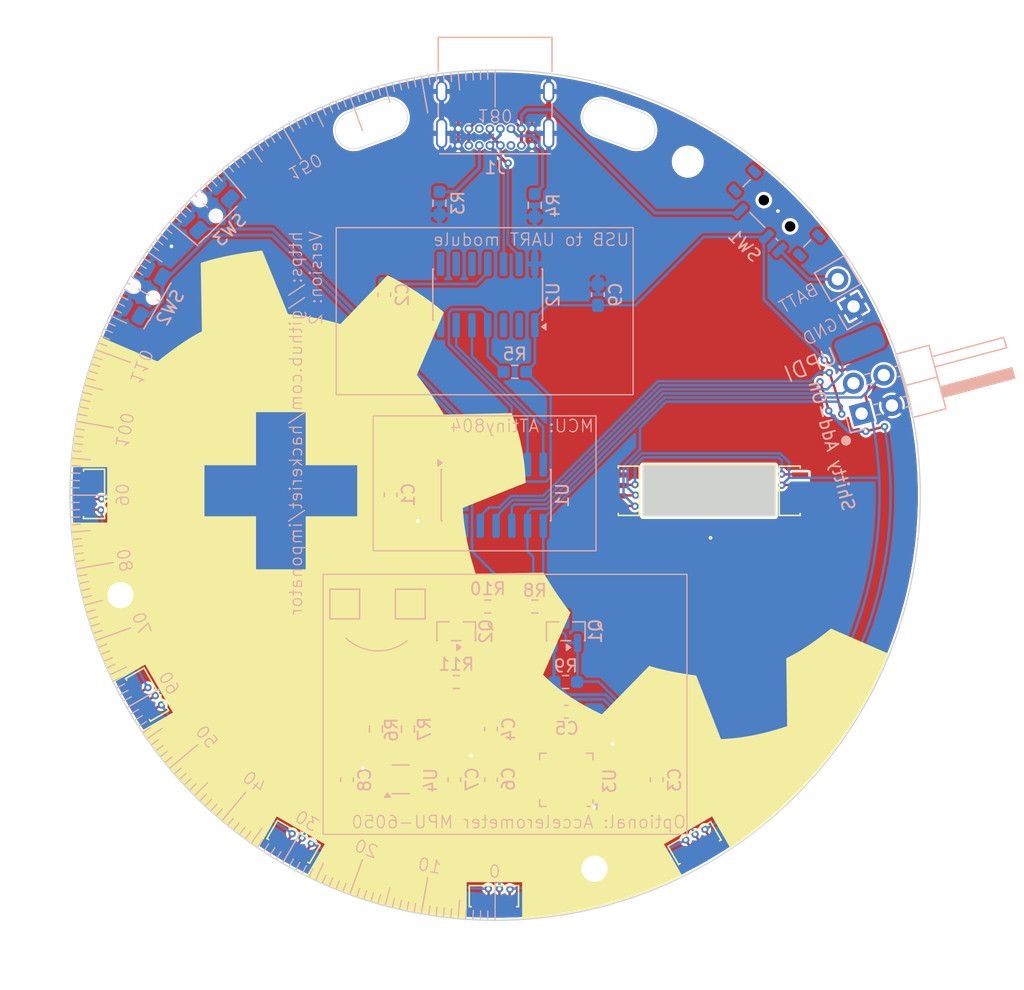
<source format=kicad_pcb>
(kicad_pcb (version 20241229) (generator "pcbnew") (generator_version "9.0")
  (title_block (title "Hackeriet Imponator") (date "2025-12-04") (rev "0.0.2") (company "Hackeriet"))
  (layers (0 "F.Cu" signal) (2 "B.Cu" signal) (13 "F.Paste" user) (15 "B.Paste" user) (5 "F.SilkS" user "F.Silkscreen") (7 "B.SilkS" user "B.Silkscreen") (1 "F.Mask" user) (3 "B.Mask" user) (25 "Edge.Cuts" user))
  (net 0 "")
  (net 1 "GND")
  (net 2 "Net-(D2-DOUT)")
  (net 3 "BATT")
  (net 4 "Net-(U2-VUSB)")
  (net 5 "WS2812B LED RGB Control logo")
  (net 6 "Net-(J1-CC1)")
  (net 7 "Net-(J1-CC2)")
  (net 10 "D-")
  (net 11 "VDD")
  (net 12 "D+")
  (net 13 "Net-(D3-DOUT)")
  (net 14 "Net-(D1-DOUT)")
  (net 15 "USB_VDD")
  (net 16 "SDA")
  (net 17 "SCL")
  (net 18 "Net-(U4-EN)")
  (net 19 "ACC_ENABLE")
  (net 20 "ACC_INT")
  (net 21 "MCP2221 _RST")
  (net 22 "Attiny UART RX")
  (net 23 "Attiny UART TX")
  (net 29 "WS2812B LED RGB Control minus")
  (net 30 "Net-(J2-Pin_1)")
  (net 33 "Net-(D6-DOUT)")
  (net 34 "Net-(D4-DOUT)")
  (net 39 "Net-(U3-CPOUT)")
  (net 40 "2V8")
  (net 46 "Net-(U3-REGOUT)")
  (net 53 "Net-(U1-PA5)")
  (net 54 "Net-(U1-PA6)")
  (net 55 "Net-(Q1-S)")
  (net 56 "Net-(Q2-S)")
  (footprint "imponator_footprint_lib:LED_WS2812B-4020" (layer "F.Cu") (at 105.560777 106.773397 -60)
    (property "Reference" "D4")
    (property "Value" "WS2812B-4020")
  )
  (footprint "imponator_footprint_lib:LED_WS2812B-4020" (layer "F.Cu") (at 101.27 90.56 -90)
    (property "Reference" "D5")
    (property "Value" "WS2812B-4020")
  )
  (footprint "imponator_footprint_lib:LED_WS2812B-4020" (layer "F.Cu") (at 144.47 90.309234 -90)
    (property "Reference" "D6")
    (property "Value" "WS2812B-4020" (hide yes))
  )
  (footprint "imponator_footprint_lib:LED_WS2812B-4020" (layer "F.Cu") (at 149.783397 118.769223 30)
    (property "Reference" "D1")
    (property "Value" "WS2812B-4020")
  )
  (footprint "imponator_footprint_lib:LED_WS2812B-4020" (layer "F.Cu") (at 133.57 123.06)
    (property "Reference" "D2")
    (property "Value" "WS2812B-4020")
  )
  (footprint "imponator_footprint_lib:LED_WS2812B-4020" (layer "F.Cu") (at 117.383397 118.669223 -30)
    (property "Reference" "D3")
    (property "Value" "WS2812B-4020")
  )
  (footprint "imponator_footprint_lib:strap_hole" (layer "F.Cu") (at 143.672559 60.67 -20)
    (property "Reference" "REF**" (hide yes))
    (property "Value" "Stap hole" (hide yes))
    (fp_line (start -1.5 1.5) (end 1.5 1.5) (stroke (width 0.05)) (layer "Edge.Cuts"))
    (fp_line (start -1.5 -1.5) (end 1.5 -1.5) (stroke (width 0.05)) (layer "Edge.Cuts"))
    (fp_arc (start -1.5 1.5) (mid -3 0) (end -1.5 -1.5) (stroke (width 0.05)) (layer "Edge.Cuts"))
    (fp_arc (start 1.5 -1.5) (mid 3 0) (end 1.5 1.5) (stroke (width 0.05)) (layer "Edge.Cuts"))
  )
  (footprint "imponator_footprint_lib:strap_hole" (layer "F.Cu") (at 123.672559 60.67 20)
    (property "Reference" "REF**" (hide yes))
    (property "Value" "Stap hole" (hide yes))
    (fp_line (start -1.5 -1.5) (end 1.5 -1.5) (stroke (width 0.05)) (layer "Edge.Cuts"))
    (fp_line (start -1.5 1.5) (end 1.5 1.5) (stroke (width 0.05)) (layer "Edge.Cuts"))
    (fp_arc (start -1.5 1.5) (mid -3 0) (end -1.5 -1.5) (stroke (width 0.05)) (layer "Edge.Cuts"))
    (fp_arc (start 1.5 -1.5) (mid 3 0) (end 1.5 1.5) (stroke (width 0.05)) (layer "Edge.Cuts"))
  )
  (footprint "imponator_footprint_lib:LED_WS2812B-4020" (layer "F.Cu") (at 157.47 90.309234 90)
    (property "Reference" "D7")
    (property "Value" "WS2812B-4020")
  )
  (footprint "Resistor_SMD:R_0603_1608Metric_Pad0.98x0.95mm_HandSolder" (layer "B.Cu") (at 126.63 109.56 -90)
    (property "Reference" "R7")
    (property "Value" "0R" (hide yes))
  )
  (footprint "Connector_Wire:SolderWirePad_1x01_SMD_2x4mm" (layer "B.Cu") (at 163.141756 78.452398 112.5)
    (property "Reference" "J2" (hide yes))
    (property "Value" "UPDI programming")
  )
  (footprint "Capacitor_SMD:C_0603_1608Metric_Pad1.08x0.95mm_HandSolder" (layer "B.Cu") (at 139.42 108.16 180)
    (property "Reference" "C5")
    (property "Value" "0.1uF" (hide yes))
  )
  (footprint "Resistor_SMD:R_0603_1608Metric_Pad0.98x0.95mm_HandSolder" (layer "B.Cu") (at 124.04 109.56 -90)
    (property "Reference" "R6")
    (property "Value" "0R" (hide yes))
  )
  (footprint "Capacitor_SMD:C_0603_1608Metric_Pad1.08x0.95mm_HandSolder" (layer "B.Cu") (at 146.72 113.66 -90)
    (property "Reference" "C3")
    (property "Value" "2.2nF" (hide yes))
  )
  (footprint "Resistor_SMD:R_0603_1608Metric_Pad0.98x0.95mm_HandSolder" (layer "B.Cu") (at 139.37625 105.76 180)
    (property "Reference" "R9")
    (property "Value" "10k")
  )
  (footprint "Button_Switch_SMD:SW_SPST_EVQP7C" (layer "B.Cu") (at 105.264367 74.26 60)
    (property "Reference" "SW2")
    (property "Value" "User configurable")
  )
  (footprint "Package_TO_SOT_SMD:SOT-23" (layer "B.Cu") (at 139.37625 101.66 90)
    (property "Reference" "Q1")
    (property "Value" "AO3400A")
  )
  (footprint "Package_TO_SOT_SMD:SOT-23" (layer "B.Cu") (at 130.52625 101.66 90)
    (property "Reference" "Q2")
    (property "Value" "AO3400A")
  )
  (footprint "Resistor_SMD:R_0603_1608Metric_Pad0.98x0.95mm_HandSolder" (layer "B.Cu") (at 129.17 67.0725 -90)
    (property "Reference" "R3")
    (property "Value" "5.1K")
  )
  (footprint "Resistor_SMD:R_0603_1608Metric_Pad0.98x0.95mm_HandSolder" (layer "B.Cu") (at 136.87625 99.66)
    (property "Reference" "R8")
    (property "Value" "10k")
  )
  (footprint "Connector_PinHeader_2.54mm:PinHeader_1x02_P2.54mm_Vertical" (layer "B.Cu") (at 162.626531 75.414182 30)
    (property "Reference" "J3" (hide yes))
    (property "Value" "External Battery Connector")
  )
  (footprint "Package_TO_SOT_SMD:SOT-353_SC-70-5" (layer "B.Cu") (at 126.05 113.6225)
    (property "Reference" "U4")
    (property "Value" "TLV70028_SOT353" (hide yes))
  )
  (footprint "Resistor_SMD:R_0603_1608Metric_Pad0.98x0.95mm_HandSolder" (layer "B.Cu") (at 133.07625 99.66 180)
    (property "Reference" "R10")
    (property "Value" "10k")
  )
  (footprint "Capacitor_SMD:C_0603_1608Metric_Pad1.08x0.95mm_HandSolder" (layer "B.Cu") (at 124.717559 74.46 -90)
    (property "Reference" "C2")
    (property "Value" "1uF")
  )
  (footprint "TestPoint:TestPoint_Pad_2.0x2.0mm" (layer "B.Cu") (at 121.52 99.46 180)
    (property "Reference" "REF**" (hide yes))
    (property "Value" "TestPoint_Pad_2.0x2.0mm")
  )
  (footprint "MountingHole:MountingHole_2.1mm" (layer "B.Cu") (at 149.23523 63.720874 180)
    (property "Reference" "REF**" (hide yes))
    (property "Value" "MountingHole_2.1mm")
  )
  (footprint "Button_Switch_SMD:SW_SPDT_Shouhan_MSK12C02" (layer "B.Cu") (at 156.438838 67.891162 -45)
    (property "Reference" "SW1")
    (property "Value" "SW_SPDT")
  )
  (footprint "TestPoint:TestPoint_Pad_2.0x2.0mm" (layer "B.Cu") (at 126.82 99.46 180)
    (property "Reference" "REF**" (hide yes))
    (property "Value" "TestPoint_Pad_2.0x2.0mm")
  )
  (footprint "Resistor_SMD:R_0603_1608Metric_Pad0.98x0.95mm_HandSolder" (layer "B.Cu") (at 135.26 80.6975 180)
    (property "Reference" "R5")
    (property "Value" "10k")
  )
  (footprint "Capacitor_SMD:C_0603_1608Metric_Pad1.08x0.95mm_HandSolder" (layer "B.Cu") (at 125.23 90.63 90)
    (property "Reference" "C1")
    (property "Value" "100nF")
  )
  (footprint "MountingHole:MountingHole_2.1mm" (layer "B.Cu") (at 103.41 98.74 180)
    (property "Reference" "REF**" (hide yes))
    (property "Value" "MountingHole_2.1mm")
  )
  (footprint "Connector_USB:USB_C_Receptacle_GCT_USB4085" (layer "B.Cu") (at 130.695 62.41)
    (property "Reference" "J1")
    (property "Value" "USB4085-GF-A")
  )
  (footprint "Capacitor_SMD:C_0603_1608Metric_Pad1.08x0.95mm_HandSolder" (layer "B.Cu") (at 141.97 74.46 90)
    (property "Reference" "C9")
    (property "Value" "100nF")
  )
  (footprint "Capacitor_SMD:C_0603_1608Metric_Pad1.08x0.95mm_HandSolder" (layer "B.Cu") (at 121.7 113.66 90)
    (property "Reference" "C8")
    (property "Value" "1uF" (hide yes))
  )
  (footprint "Package_SO:SOIC-14_3.9x8.7mm_P1.27mm" (layer "B.Cu") (at 133.07 74.46 90)
    (property "Reference" "U2")
    (property "Value" "MCP2221AxSL")
  )
  (footprint "Capacitor_SMD:C_0603_1608Metric_Pad1.08x0.95mm_HandSolder" (layer "B.Cu") (at 133.34 109.56 90)
    (property "Reference" "C4")
    (property "Value" "0.1uF" (hide yes))
  )
  (footprint "Sensor_Motion:InvenSense_QFN-24_4x4mm_P0.5mm" (layer "B.Cu") (at 139.42 113.66 90)
    (property "Reference" "U3")
    (property "Value" "MPU-6050" (hide yes))
  )
  (footprint "MountingHole:MountingHole_2.1mm" (layer "B.Cu") (at 141.7 120.85 180)
    (property "Reference" "REF**" (hide yes))
    (property "Value" "MountingHole_2.1mm")
  )
  (footprint "Capacitor_SMD:C_0603_1608Metric_Pad1.08x0.95mm_HandSolder" (layer "B.Cu") (at 133.34 113.66 -90)
    (property "Reference" "C6")
    (property "Value" "10nF" (hide yes))
  )
  (footprint "Package_SO:SOIC-14_3.9x8.7mm_P1.27mm" (layer "B.Cu") (at 133.7475 90.66 -90)
    (property "Reference" "U1")
    (property "Value" "ATtiny804-SS" (hide yes))
  )
  (footprint "Connector_PinHeader_2.54mm:PinHeader_2x02_P2.54mm_Horizontal" (layer "B.Cu") (at 163.274018 84.073486 15)
    (property "Reference" "J4" (hide yes))
    (property "Value" "Shitty Add-On")
  )
  (footprint "Resistor_SMD:R_0603_1608Metric_Pad0.98x0.95mm_HandSolder" (layer "B.Cu") (at 136.87 67.2475 -90)
    (property "Reference" "R4")
    (property "Value" "5.1K")
  )
  (footprint "Button_Switch_SMD:SW_SPST_EVQP7C" (layer "B.Cu") (at 110.476897 67.466898 45)
    (property "Reference" "SW3")
    (property "Value" "User configurable")
  )
  (footprint "Capacitor_SMD:C_0603_1608Metric_Pad1.08x0.95mm_HandSolder" (layer "B.Cu") (at 130.38 113.66 90)
    (property "Reference" "C7")
    (property "Value" "1uF" (hide yes))
  )
  (footprint "Resistor_SMD:R_0603_1608Metric_Pad0.98x0.95mm_HandSolder" (layer "B.Cu") (at 130.52625 105.76 180)
    (property "Reference" "R11")
    (property "Value" "10k")
  )
  (gr_line (start 161.701399 80.668758) (end 160.28 79.77) (stroke (width 0.2)) (layer "F.Cu") (net 11))
  (gr_line (start 163.62 85.51) (end 165.17 85.11) (stroke (width 0.2)) (layer "F.Cu") (net 5))
  (gr_line (start 118.82 118.81) (end 118.07 120.06) (stroke (width 0.2)) (layer "F.Cu") (net 2))
  (gr_arc (start 161.701399 80.668758) (mid 163.517278 80.724045) (end 163.57 82.54) (stroke (width 0.2)) (layer "F.Cu") (net 11))
  (gr_line (start 163.569999 82.54) (end 163.91 83.91) (stroke (width 0.2)) (layer "F.Cu") (net 11))
  (gr_line (start 105.62 106.21) (end 104.62 106.81) (stroke (width 0.2)) (layer "F.Cu") (net 34))
  (gr_line (start 106.21 106.87) (end 105 107.61) (stroke (width 0.2)) (layer "F.Cu") (net 11))
  (gr_arc (start 160.67 80.76) (mid 161.222311 82.421059) (end 161.672538 84.112644) (stroke (width 0.2)) (layer "F.Cu") (net 29))
  (gr_line (start 106.72 107.61) (end 105.47 108.31) (stroke (width 0.2)) (layer "F.Cu") (net 13))
  (gr_line (start 118.07 118.36) (end 117.32 119.61) (stroke (width 0.2)) (layer "F.Cu") (net 11))
  (gr_line (start 150.62 117.66) (end 151.32 118.91) (stroke (width 0.2)) (layer "F.Cu") (net 5))
  (gr_line (start 149.82 118.06) (end 150.62 119.41) (stroke (width 0.2)) (layer "F.Cu") (net 11))
  (gr_arc (start 159.92 81.51) (mid 160.296189 82.670566) (end 160.621095 83.846521) (stroke (width 0.2)) (layer "F.Cu") (net 5))
  (gr_line (start 149.07 118.51) (end 149.82 119.71) (stroke (width 0.2)) (layer "F.Cu") (net 14))
  (gr_line (start 117.27 118.01) (end 116.62 119.16) (stroke (width 0.2)) (layer "F.Cu") (net 13))
  (gr_arc (start 102.269156 95.829991) (mid 102.007447 93.851242) (end 101.87 91.86) (stroke (width 0.2)) (layer "B.Cu") (net 34))
  (gr_arc (start 102.269152 95.829991) (mid 106.462037 98.065661) (end 103.601417 101.859783) (stroke (width 0.2)) (layer "B.Cu") (net 34))
  (gr_arc (start 138.293465 121.365839) (mid 136.162654 121.611763) (end 134.01995 121.71) (stroke (width 0.2)) (layer "B.Cu") (net 11))
  (gr_arc (start 102.937667 95.100268) (mid 102.709547 93.03545) (end 102.62 90.96) (stroke (width 0.2)) (layer "B.Cu") (net 11))
  (gr_arc (start 138.293464 121.365839) (mid 140.817798 117.519479) (end 144.915205 119.611846) (stroke (width 0.2)) (layer "B.Cu") (net 11))
  (gr_line (start 157.47 89.26) (end 164.67 89.26) (stroke (width 0.2)) (layer "B.Cu") (net 11))
  (gr_arc (start 133.07 122.46) (mid 125.702292 121.451486) (end 118.770147 118.759722) (stroke (width 0.2)) (layer "B.Cu") (net 2))
  (gr_arc (start 105.57 106.16) (mid 104.506551 104.046129) (end 103.601417 101.859783) (stroke (width 0.2)) (layer "B.Cu") (net 34))
  (gr_arc (start 165.400836 86.994298) (mid 162.470301 104.457527) (end 150.67 117.66) (stroke (width 0.2)) (layer "B.Cu") (net 5))
  (gr_line (start 118.06 118.37) (end 118.44 117.74) (stroke (width 0.2)) (layer "B.Cu") (net 11))
  (gr_line (start 106.22 106.86) (end 106.92 106.45) (stroke (width 0.2)) (layer "B.Cu") (net 11))
  (gr_arc (start 139.097071 122.016448) (mid 140.97262 118.091965) (end 144.539633 120.581074) (stroke (width 0.2)) (layer "B.Cu") (net 14))
  (gr_arc (start 102.937667 95.100263) (mid 106.956029 97.793183) (end 104.81486 102.130746) (stroke (width 0.2)) (layer "B.Cu") (net 11))
  (gr_arc (start 164.10652 84.47274) (mid 160.92859 105.547351) (end 144.915205 119.611844) (stroke (width 0.2)) (layer "B.Cu") (net 11))
  (gr_arc (start 134.023934 121.70951) (mid 116.380936 116.453131) (end 104.814856 102.130746) (stroke (width 0.2)) (layer "B.Cu") (net 11))
  (gr_arc (start 148.97 118.56) (mid 146.79203 119.652112) (end 144.539633 120.581074) (stroke (width 0.2)) (layer "B.Cu") (net 14))
  (gr_arc (start 139.097077 122.016448) (mid 136.990952 122.308875) (end 134.87 122.46) (stroke (width 0.2)) (layer "B.Cu") (net 14))
  (gr_arc (start 165.129871 85.131908) (mid 165.279073 86.061107) (end 165.400836 86.994298) (stroke (width 0.2)) (layer "B.Cu") (net 5))
  (gr_line (start 149.82 118.06) (end 149.443729 117.41544) (stroke (width 0.2)) (layer "B.Cu") (net 11))
  (gr_arc (start 117.27 117.96) (mid 111.425845 113.431511) (end 106.781665 107.678863) (stroke (width 0.2)) (layer "B.Cu") (net 13))
  (gr_poly (pts (xy 116.94127 76.031191) (xy 117.473743 76.088002) (xy 118.005968 76.155666) (xy 118.537534 76.235057) (xy 119.068026 76.327045) (xy 119.597031 76.432501) (xy 120.124135 76.552297) (xy 120.648924 76.687304) (xy 121.170985 76.838395) (xy 124.972305 72.896517) (xy 125.566394 73.197973) (xy 126.152328 73.517966) (xy 126.73078 73.857592) (xy 127.30242 74.217946) (xy 127.86792 74.600124) (xy 128.427953 75.005223) (xy 128.983188 75.434338) (xy 129.534299 75.888565) (xy 127.348903 80.947188) (xy 127.635328 81.316456) (xy 127.920152 81.697302) (xy 128.201867 82.088433) (xy 128.478966 82.48856) (xy 128.749941 82.89639) (xy 129.013284 83.310633) (xy 129.267488 83.729998) (xy 129.511045 84.153193) (xy 134.999597 84.034338) (xy 135.129451 84.365769) (xy 135.251368 84.701395) (xy 135.365377 85.040899) (xy 135.471503 85.383964) (xy 135.569775 85.730272) (xy 135.660219 86.079505) (xy 135.742863 86.431347) (xy 135.817733 86.78548) (xy 135.884856 87.141587) (xy 135.94426 87.49935) (xy 136.040019 88.218575) (xy 136.105225 88.940616) (xy 136.140096 89.662934) (xy 135.624586 89.865557) (xy 135.108636 90.070145) (xy 135.108879 90.070375) (xy 135.109128 90.070594) (xy 135.109384 90.070803) (xy 135.109644 90.071004) (xy 135.109908 90.071197) (xy 135.110175 90.071385) (xy 135.110712 90.071748) (xy 135.111249 90.072103) (xy 135.111776 90.072461) (xy 135.112034 90.072644) (xy 135.112287 90.072832) (xy 135.112533 90.073026) (xy 135.112771 90.073227) (xy 134.566034 90.286667) (xy 134.560865 90.28872) (xy 131.057203 91.694836) (xy 131.108638 92.375603) (xy 131.185681 93.05415) (xy 131.286821 93.729087) (xy 131.410547 94.399023) (xy 131.555345 95.06257) (xy 131.719706 95.718336) (xy 131.902117 96.364933) (xy 132.101068 97.000969) (xy 137.58962 96.929673) (xy 137.843129 97.363353) (xy 138.101812 97.786116) (xy 138.365477 98.199141) (xy 138.63393 98.603606) (xy 138.906979 99.000691) (xy 139.184429 99.391574) (xy 139.466089 99.777434) (xy 139.751764 100.159451) (xy 137.542077 105.170513) (xy 137.810904 105.431322) (xy 138.083447 105.681695) (xy 138.359714 105.922143) (xy 138.639714 106.153175) (xy 138.923458 106.3753) (xy 139.210953 106.589028) (xy 139.502209 106.794868) (xy 139.797235 106.99333) (xy 140.09604 107.184922) (xy 140.398633 107.370155) (xy 141.015219 107.723578) (xy 141.647065 108.057674) (xy 142.294244 108.376519) (xy 144.204515 106.415095) (xy 146.119859 104.457897) (xy 146.60917 104.600369) (xy 147.090858 104.725002) (xy 147.566723 104.834362) (xy 148.038564 104.931013) (xy 148.508182 105.017521) (xy 148.977377 105.09645) (xy 149.921693 105.241829) (xy 151.917436 110.371231) (xy 152.262493 110.355249) (xy 152.606181 110.331423) (xy 152.948484 110.300025) (xy 153.289381 110.261327) (xy 153.966888 110.163114) (xy 154.638555 110.038957) (xy 155.304235 109.891028) (xy 155.96378 109.7215) (xy 156.617044 109.532544) (xy 157.263879 109.326332) (xy 157.192567 103.840363) (xy 157.44216 103.715597) (xy 157.687401 103.586574) (xy 157.928542 103.45349) (xy 158.165833 103.316538) (xy 158.399525 103.175912) (xy 158.629868 103.031806) (xy 159.081509 102.733931) (xy 159.522762 102.424466) (xy 159.95563 102.104964) (xy 160.382118 101.776977) (xy 160.804231 101.442059) (xy 165.442708 103.466225) (xy 164.933632 104.659998) (xy 164.381225 105.8301) (xy 163.786495 106.97552) (xy 163.150453 108.095249) (xy 162.474109 109.188275) (xy 161.758471 110.25359) (xy 161.004551 111.290182) (xy 160.213357 112.297043) (xy 159.385899 113.273161) (xy 158.523188 114.217526) (xy 157.626232 115.12913) (xy 156.696041 116.00696) (xy 155.733626 116.850008) (xy 154.739996 117.657263) (xy 153.71616 118.427716) (xy 152.663129 119.160355) (xy 151.196035 116.618912) (xy 147.316167 118.859085) (xy 148.783777 121.401551) (xy 148.039655 121.757697) (xy 147.285771 122.096371) (xy 146.522388 122.417309) (xy 145.749765 122.720252) (xy 144.968165 123.004936) (xy 144.177848 123.271101) (xy 143.379076 123.518486) (xy 142.572111 123.746827) (xy 141.757213 123.955865) (xy 140.934645 124.145338) (xy 140.104666 124.314983) (xy 139.26754 124.46454) (xy 138.423526 124.593747) (xy 137.572887 124.702342) (xy 136.715883 124.790064) (xy 135.852777 124.856652) (xy 135.852777 121.93071) (xy 131.372945 121.93071) (xy 131.372945 124.857682) (xy 130.509758 124.791461) (xy 129.652665 124.704095) (xy 128.801928 124.595848) (xy 127.957808 124.46698) (xy 127.120569 124.317756) (xy 126.290471 124.148436) (xy 125.467776 123.959285) (xy 124.652746 123.750563) (xy 123.845644 123.522534) (xy 123.046731 123.27546) (xy 122.256269 123.009603) (xy 121.474519 122.725227) (xy 120.701745 122.422592) (xy 119.938206 122.101963) (xy 119.184167 121.763601) (xy 118.439887 121.407769) (xy 118.756151 120.86) (xy 140.653779 120.86) (xy 140.655589 120.912096) (xy 140.660038 120.964424) (xy 140.667174 121.016904) (xy 140.677043 121.069454) (xy 140.689691 121.121994) (xy 140.704408 121.171967) (xy 140.721505 121.220937) (xy 140.740925 121.26883) (xy 140.762611 121.315572) (xy 140.786507 121.361088) (xy 140.812556 121.405305) (xy 140.840701 121.44815) (xy 140.870885 121.489547) (xy 140.903052 121.529423) (xy 140.937145 121.567704) (xy 140.973107 121.604316) (xy 141.010882 121.639185) (xy 141.050413 121.672237) (xy 141.091642 121.703398) (xy 141.134514 121.732594) (xy 141.178972 121.759751) (xy 141.22472 121.784671) (xy 141.271441 121.807199) (xy 141.319042 121.827322) (xy 141.367431 121.845028) (xy 141.416516 121.860306) (xy 141.466203 121.873142) (xy 141.516401 121.883525) (xy 141.567018 121.891443) (xy 141.61796 121.896883) (xy 141.669135 121.899833) (xy 141.720452 121.900281) (xy 141.771817 121.898216) (xy 141.823138 121.893624) (xy 141.874323 121.886494) (xy 141.92528 121.876814) (xy 141.975915 121.864571) (xy 142.025889 121.849855) (xy 142.07486 121.832759) (xy 142.122754 121.81334) (xy 142.169496 121.791654) (xy 142.215012 121.767758) (xy 142.25923 121.74171) (xy 142.302074 121.713565) (xy 142.343471 121.68338) (xy 142.383347 121.651213) (xy 142.421627 121.61712) (xy 142.458239 121.581158) (xy 142.493107 121.543384) (xy 142.526159 121.503854) (xy 142.557319 121.462625) (xy 142.586515 121.419754) (xy 142.613672 121.375298) (xy 142.638593 121.32955) (xy 142.661122 121.28283) (xy 142.681246 121.235228) (xy 142.698954 121.186838) (xy 142.714233 121.137752) (xy 142.727071 121.088062) (xy 142.737456 121.037862) (xy 142.745375 120.987244) (xy 142.750817 120.9363) (xy 142.753769 120.885122) (xy 142.754218 120.833804) (xy 142.752153 120.782437) (xy 142.747562 120.731115) (xy 142.740432 120.67993) (xy 142.730751 120.628973) (xy 142.718507 120.578339) (xy 142.706123 120.535712) (xy 142.692064 120.493937) (xy 142.676374 120.453048) (xy 142.659095 120.413077) (xy 142.640271 120.374058) (xy 142.619943 120.336022) (xy 142.574949 120.263035) (xy 142.524457 120.194378) (xy 142.468808 120.130314) (xy 142.408346 120.071106) (xy 142.343414 120.017017) (xy 142.274352 119.968309) (xy 142.201505 119.925246) (xy 142.125215 119.888089) (xy 142.045823 119.857103) (xy 141.963673 119.832549) (xy 141.921671 119.822766) (xy 141.879108 119.81469) (xy 141.836026 119.808354) (xy 141.792469 119.80379) (xy 141.748479 119.801031) (xy 141.704099 119.80011) (xy 141.669697 119.80072) (xy 141.635361 119.802454) (xy 141.60112 119.80531) (xy 141.567 119.809285) (xy 141.533029 119.814373) (xy 141.499233 119.820572) (xy 141.465641 119.827879) (xy 141.432279 119.836289) (xy 141.380449 119.851588) (xy 141.329999 119.869299) (xy 141.280976 119.889342) (xy 141.233426 119.911637) (xy 141.187397 119.936102) (xy 141.142935 119.962657) (xy 141.100086 119.991221) (xy 141.058897 120.021713) (xy 141.019416 120.054052) (xy 140.981687 120.088158) (xy 140.945759 120.123949) (xy 140.911677 120.161346) (xy 140.879489 120.200268) (xy 140.849241 120.240633) (xy 140.820979 120.28236) (xy 140.794751 120.32537) (xy 140.770603 120.369581) (xy 140.748581 120.414913) (xy 140.728733 120.461285) (xy 140.711104 120.508615) (xy 140.695742 120.556824) (xy 140.682693 120.605831) (xy 140.672004 120.655554) (xy 140.663721 120.705914) (xy 140.657892 120.756828) (xy 140.654562 120.808217) (xy 140.653779 120.86) (xy 118.756151 120.86) (xy 119.911115 118.859604) (xy 116.031764 116.619412) (xy 114.56002 119.168625) (xy 113.863688 118.691149) (xy 113.179839 118.197148) (xy 112.508761 117.68691) (xy 111.85074 117.160723) (xy 111.206067 116.618875) (xy 110.575027 116.061653) (xy 109.957911 115.489345) (xy 109.355005 114.902239) (xy 108.766598 114.300623) (xy 108.192978 113.684784) (xy 107.634432 113.05501) (xy 107.09125 112.411589) (xy 106.563718 111.754809) (xy 106.052126 111.084957) (xy 105.556761 110.40232) (xy 105.077911 109.707188) (xy 107.640029 108.227692) (xy 105.399855 104.347824) (xy 102.829986 105.831456) (xy 102.471966 105.086444) (xy 102.131503 104.331619) (xy 101.808861 103.567243) (xy 101.504303 102.793578) (xy 101.218092 102.010887) (xy 100.950489 101.219435) (xy 100.701758 100.419482) (xy 100.472162 99.611293) (xy 100.261964 98.79513) (xy 100.252852 98.755731) (xy 102.355036 98.755731) (xy 102.3571 98.807097) (xy 102.36169 98.858419) (xy 102.368817 98.909606) (xy 102.378496 98.960563) (xy 102.390737 99.0112) (xy 102.405474 99.061155) (xy 102.42259 99.110106) (xy 102.442028 99.157979) (xy 102.46373 99.2047) (xy 102.48764 99.250195) (xy 102.513702 99.29439) (xy 102.541858 99.337211) (xy 102.572052 99.378586) (xy 102.604227 99.418439) (xy 102.638327 99.456697) (xy 102.674294 99.493286) (xy 102.712071 99.528132) (xy 102.751603 99.561162) (xy 102.792832 99.592301) (xy 102.835702 99.621476) (xy 102.880156 99.648613) (xy 102.925899 99.673516) (xy 102.972615 99.696027) (xy 103.02021 99.716135) (xy 103.068593 99.733827) (xy 103.117671 99.74909) (xy 103.167351 99.761914) (xy 103.217542 99.772285) (xy 103.26815 99.780192) (xy 103.319083 99.785623) (xy 103.37025 99.788564) (xy 103.421556 99.789005) (xy 103.472911 99.786933) (xy 103.524222 99.782336) (xy 103.575396 99.775202) (xy 103.62634 99.765518) (xy 103.676963 99.753273) (xy 103.728775 99.737954) (xy 103.779205 99.720224) (xy 103.828209 99.700164) (xy 103.875738 99.677854) (xy 103.921747 99.653375) (xy 103.966189 99.626808) (xy 104.009018 99.598233) (xy 104.050186 99.567732) (xy 104.089647 99.535385) (xy 104.127355 99.501272) (xy 104.163263 99.465475) (xy 104.197324 99.428074) (xy 104.229492 99.38915) (xy 104.259721 99.348784) (xy 104.287963 99.307056) (xy 104.314172 99.264047) (xy 104.338302 99.219838) (xy 104.360306 99.174509) (xy 104.380137 99.128142) (xy 104.397749 99.080816) (xy 104.413095 99.032613) (xy 104.426129 98.983614) (xy 104.436803 98.933898) (xy 104.445073 98.883548) (xy 104.45089 98.832643) (xy 104.454208 98.781264) (xy 104.454981 98.729492) (xy 104.453162 98.677408) (xy 104.448705 98.625093) (xy 104.441563 98.572626) (xy 104.431689 98.52009) (xy 104.419037 98.467564) (xy 104.406658 98.424954) (xy 104.392606 98.383196) (xy 104.376924 98.342322) (xy 104.359654 98.302366) (xy 104.340839 98.26336) (xy 104.320522 98.225338) (xy 104.275554 98.152372) (xy 104.225089 98.083733) (xy 104.169472 98.019682) (xy 104.109044 97.960483) (xy 104.044147 97.906397) (xy 103.975123 97.857687) (xy 103.902315 97.814617) (xy 103.826064 97.777448) (xy 103.746712 97.746443) (xy 103.664603 97.721865) (xy 103.622621 97.712068) (xy 103.580077 97.703976) (xy 103.537015 97.697622) (xy 103.493477 97.693039) (xy 103.449506 97.690259) (xy 103.405145 97.689316) (xy 103.370752 97.689863) (xy 103.336423 97.691535) (xy 103.302185 97.694326) (xy 103.268067 97.698235) (xy 103.234095 97.703258) (xy 103.200296 97.709391) (xy 103.166698 97.716632) (xy 103.133327 97.724976) (xy 103.083355 97.739693) (xy 103.034386 97.75679) (xy 102.986494 97.77621) (xy 102.939753 97.797896) (xy 102.894238 97.821792) (xy 102.850021 97.84784) (xy 102.807177 97.875985) (xy 102.765781 97.906169) (xy 102.725905 97.938335) (xy 102.687625 97.972427) (xy 102.651013 98.008389) (xy 102.616145 98.046162) (xy 102.583093 98.085692) (xy 102.551932 98.12692) (xy 102.522736 98.16979) (xy 102.495579 98.214245) (xy 102.470659 98.259994) (xy 102.448131 98.306715) (xy 102.428007 98.354316) (xy 102.410299 98.402706) (xy 102.395021 98.451791) (xy 102.382184 98.501479) (xy 102.371799 98.551677) (xy 102.36388 98.602294) (xy 102.358438 98.653237) (xy 102.355486 98.704413) (xy 102.355036 98.755731) (xy 100.252852 98.755731) (xy 100.071426 97.971257) (xy 99.900811 97.139935) (xy 99.750382 96.301429) (xy 99.620402 95.456) (xy 99.511133 94.603912) (xy 99.422838 93.745428) (xy 99.35578 92.88081) (xy 102.331826 92.88081) (xy 102.331826 88.400997) (xy 99.353713 88.400997) (xy 99.365278 88.244934) (xy 110.188194 88.244934) (xy 110.188194 92.370262) (xy 114.353832 92.370262) (xy 114.353832 96.656308) (xy 118.363405 96.656308) (xy 118.363405 92.370262) (xy 122.529559 92.370262) (xy 122.529559 88.244934) (xy 118.363405 88.244934) (xy 118.363405 83.958355) (xy 114.353832 83.958355) (xy 114.353832 88.244934) (xy 110.188194 88.244934) (xy 99.365278 88.244934) (xy 99.405069 87.707987) (xy 99.470093 87.018901) (xy 99.548651 86.333876) (xy 99.640606 85.653044) (xy 99.745822 84.97654) (xy 99.864165 84.304499) (xy 100.139683 82.974338) (xy 100.466073 81.663635) (xy 100.84225 80.373463) (xy 101.267126 79.104895) (xy 101.739614 77.859003) (xy 106.391526 79.854748) (xy 107.232272 79.207885) (xy 107.667812 78.883177) (xy 108.112872 78.563794) (xy 108.567007 78.254367) (xy 109.029772 77.959528) (xy 109.264253 77.819026) (xy 109.500725 77.683908) (xy 109.739133 77.554752) (xy 109.979421 77.432139) (xy 109.884337 71.898644) (xy 110.46736 71.717508) (xy 111.070153 71.554528) (xy 111.688221 71.408692) (xy 112.317072 71.278987) (xy 112.952213 71.164405) (xy 113.58915 71.063932) (xy 114.223391 70.976558) (xy 114.850442 70.901272)) (fill yes) (layer "F.SilkS"))
  (gr_poly (pts (xy 156.336596 92.309905) (xy 145.605468 92.309905) (xy 145.605468 88.162891) (xy 156.336596 88.162891)) (fill yes) (layer "F.SilkS"))
  (gr_line (start 100.490448 81.769566) (end 101.939336 82.157794) (stroke (width 0.1)) (layer "B.SilkS"))
  (gr_line (start 111.590246 64.346371) (end 113.518608 66.644506) (stroke (width 0.1)) (layer "B.SilkS"))
  (gr_line (start 99.654292 95.440595) (end 100.396992 95.336216) (stroke (width 0.1)) (layer "B.SilkS"))
  (gr_line (start 106.23687 111.332346) (end 106.835846 110.880986) (stroke (width 0.1)) (layer "B.SilkS"))
  (gr_line (start 130.079447 124.821827) (end 130.157844 124.075936) (stroke (width 0.1)) (layer "B.SilkS"))
  (gr_line (start 103.922028 73.484998) (end 106.520105 74.984998) (stroke (width 0.1)) (layer "B.SilkS"))
  (gr_line (start 112.997654 63.226869) (end 113.449015 63.825844) (stroke (width 0.1)) (layer "B.SilkS"))
  (gr_line (start 116.495 120.407973) (end 117.994999 117.809896) (stroke (width 0.1)) (layer "B.SilkS"))
  (gr_line (start 105.19256 109.868276) (end 105.814338 109.448882) (stroke (width 0.1)) (layer "B.SilkS"))
  (gr_line (start 110.243356 115.782) (end 110.754856 115.233484) (stroke (width 0.1)) (layer "B.SilkS"))
  (gr_arc (start 126.566601 102.429169) (mid 124.052484 103.240799) (end 121.62 102.21) (stroke (width 0.1)) (layer "B.SilkS"))
  (gr_line (start 101.001209 101.274733) (end 101.714501 101.042971) (stroke (width 0.1)) (layer "B.SilkS"))
  (gr_line (start 119.153063 59.528326) (end 119.78699 60.887787) (stroke (width 0.1)) (layer "B.SilkS"))
  (gr_line (start 114.961649 61.851664) (end 115.370129 62.480668) (stroke (width 0.1)) (layer "B.SilkS"))
  (gr_line (start 114.961649 119.468334) (end 115.370128 118.839332) (stroke (width 0.1)) (layer "B.SilkS"))
  (gr_line (start 101.391558 78.911608) (end 104.210636 79.937669) (stroke (width 0.1)) (layer "B.SilkS"))
  (gr_line (start 101.601513 102.969939) (end 102.301698 102.701163) (stroke (width 0.1)) (layer "B.SilkS"))
  (gr_line (start 113.967649 118.797873) (end 114.828014 117.569146) (stroke (width 0.1)) (layer "B.SilkS"))
  (gr_line (start 111.590246 116.973626) (end 113.518609 114.675493) (stroke (width 0.1)) (layer "B.SilkS"))
  (gr_line (start 124.779566 123.839552) (end 125.167794 122.390664) (stroke (width 0.1)) (layer "B.SilkS"))
  (gr_line (start 128.889404 124.675708) (end 128.993784 123.933007) (stroke (width 0.1)) (layer "B.SilkS"))
  (gr_line (start 111.134373 116.584273) (end 111.626416 116.018242) (stroke (width 0.1)) (layer "B.SilkS"))
  (gr_line (start 99.450711 93.653799) (end 100.945004 93.523066) (stroke (width 0.1)) (layer "B.SilkS"))
  (gr_line (start 128.296476 124.587094) (end 128.413802 123.846328) (stroke (width 0.1)) (layer "B.SilkS"))
  (gr_line (start 112.52203 63.591829) (end 112.983775 64.182836) (stroke (width 0.1)) (layer "B.SilkS"))
  (gr_line (start 109.808486 65.950677) (end 110.329479 66.490182) (stroke (width 0.1)) (layer "B.SilkS"))
  (gr_line (start 106.975037 112.277155) (end 107.557895 111.805166) (stroke (width 0.1)) (layer "B.SilkS"))
  (gr_line (start 117.543652 60.330748) (end 117.895756 60.992959) (stroke (width 0.1)) (layer "B.SilkS"))
  (gr_line (start 107.356374 68.580245) (end 109.654507 70.508608) (stroke (width 0.1)) (layer "B.SilkS"))
  (gr_line (start 127.705185 124.488146) (end 128.226129 121.533723) (stroke (width 0.1)) (layer "B.SilkS"))
  (gr_line (start 109.380883 66.370881) (end 110.441542 67.431541) (stroke (width 0.1)) (layer "B.SilkS"))
  (gr_line (start 118.611951 121.533575) (end 118.94073 120.85948) (stroke (width 0.1)) (layer "B.SilkS"))
  (gr_line (start 99.841853 96.624815) (end 102.796277 96.103871) (stroke (width 0.1)) (layer "B.SilkS"))
  (gr_line (start 108.960679 66.798484) (end 109.500183 67.319476) (stroke (width 0.1)) (layer "B.SilkS"))
  (gr_line (start 102.796425 75.601952) (end 103.47052 75.93073) (stroke (width 0.1)) (layer "B.SilkS"))
  (gr_line (start 107.356373 112.739755) (end 109.654507 110.811392) (stroke (width 0.1)) (layer "B.SilkS"))
  (gr_line (start 127.705185 56.831852) (end 128.226129 59.786276) (stroke (width 0.1)) (layer "B.SilkS"))
  (gr_line (start 121.921608 122.938442) (end 122.947669 120.119364) (stroke (width 0.1)) (layer "B.SilkS"))
  (gr_line (start 115.978442 120.103697) (end 116.36472 119.460822) (stroke (width 0.1)) (layer "B.SilkS"))
  (gr_rect (start 123.82 84.26) (end 141.82 95.16) (stroke (width 0.1)) (fill no) (layer "B.SilkS"))
  (gr_line (start 101.821235 77.792263) (end 102.516622 78.073218) (stroke (width 0.1)) (layer "B.SilkS"))
  (gr_rect (start 119.77 97.06) (end 149.17 118.06) (stroke (width 0.1)) (fill no) (layer "B.SilkS"))
  (gr_line (start 123.055266 123.328792) (end 123.287029 122.615499) (stroke (width 0.1)) (layer "B.SilkS"))
  (gr_line (start 133.07051 56.315231) (end 133.083599 57.065116) (stroke (width 0.1)) (layer "B.SilkS"))
  (gr_line (start 130.079448 56.498172) (end 130.157845 57.244063) (stroke (width 0.1)) (layer "B.SilkS"))
  (gr_line (start 100.490448 99.550434) (end 101.939336 99.162206) (stroke (width 0.1)) (layer "B.SilkS"))
  (gr_line (start 113.479576 118.449734) (end 113.920416 117.842971) (stroke (width 0.1)) (layer "B.SilkS"))
  (gr_line (start 107.745726 113.195628) (end 108.311758 112.703583) (stroke (width 0.1)) (layer "B.SilkS"))
  (gr_line (start 133.670001 56.31) (end 133.670001 59.309999) (stroke (width 0.1)) (layer "B.SilkS"))
  (gr_line (start 107.356374 68.580245) (end 109.654507 70.508607) (stroke (width 0.1)) (layer "B.SilkS"))
  (gr_line (start 106.60183 111.807971) (end 107.192838 111.346226) (stroke (width 0.1)) (layer "B.SilkS"))
  (gr_line (start 131.87226 124.962925) (end 131.911512 124.213953) (stroke (width 0.1)) (layer "B.SilkS"))
  (gr_line (start 124.201857 57.64066) (end 124.408585 58.361605) (stroke (width 0.1)) (layer "B.SilkS"))
  (gr_line (start 103.626814 74.00679) (end 104.282778 74.370397) (stroke (width 0.1)) (layer "B.SilkS"))
  (gr_line (start 99.508172 87.069447) (end 100.254065 87.147844) (stroke (width 0.1)) (layer "B.SilkS"))
  (gr_line (start 115.467273 61.529547) (end 115.864714 62.165583) (stroke (width 0.1)) (layer "B.SilkS"))
  (gr_line (start 114.461724 119.13744) (end 114.881118 118.515662) (stroke (width 0.1)) (layer "B.SilkS"))
  (gr_line (start 125.359983 57.330341) (end 125.541425 58.058062) (stroke (width 0.1)) (layer "B.SilkS"))
  (gr_line (start 103.922027 107.835) (end 106.520103 106.334999) (stroke (width 0.1)) (layer "B.SilkS"))
  (gr_line (start 105.532126 110.362351) (end 106.760855 109.501986) (stroke (width 0.1)) (layer "B.SilkS"))
  (gr_line (start 104.861666 71.951648) (end 105.490669 72.360126) (stroke (width 0.1)) (layer "B.SilkS"))
  (gr_line (start 99.951108 84.105711) (end 100.687326 84.248817) (stroke (width 0.1)) (layer "B.SilkS"))
  (gr_line (start 129.483789 124.75396) (end 129.57519 124.00955) (stroke (width 0.1)) (layer "B.SilkS"))
  (gr_line (start 109.808485 115.369322) (end 110.329478 114.829818) (stroke (width 0.1)) (layer "B.SilkS"))
  (gr_line (start 104.539548 108.862727) (end 105.175584 108.465287) (stroke (width 0.1)) (layer "B.SilkS"))
  (gr_line (start 114.461724 62.182558) (end 114.881118 62.804337) (stroke (width 0.1)) (layer "B.SilkS"))
  (gr_line (start 120.802263 122.508765) (end 121.083218 121.813378) (stroke (width 0.1)) (layer "B.SilkS"))
  (gr_line (start 99.320001 90.66) (end 102.32 90.66) (stroke (width 0.1)) (layer "B.SilkS"))
  (gr_line (start 99.325231 90.06051) (end 100.075116 90.073599) (stroke (width 0.1)) (layer "B.SilkS"))
  (gr_line (start 110.243357 65.538) (end 110.754855 66.086513) (stroke (width 0.1)) (layer "B.SilkS"))
  (gr_line (start 112.052845 117.354963) (end 112.524835 116.772104) (stroke (width 0.1)) (layer "B.SilkS"))
  (gr_line (start 121.360062 58.591511) (end 121.628837 59.291697) (stroke (width 0.1)) (layer "B.SilkS"))
  (gr_line (start 122.486734 123.138563) (end 122.73091 122.429424) (stroke (width 0.1)) (layer "B.SilkS"))
  (gr_line (start 100.200389 98.387069) (end 100.931165 98.218355) (stroke (width 0.1)) (layer "B.SilkS"))
  (gr_line (start 100.070629 97.801767) (end 100.804241 97.645833) (stroke (width 0.1)) (layer "B.SilkS"))
  (gr_line (start 99.742906 96.033524) (end 100.483671 95.916198) (stroke (width 0.1)) (layer "B.SilkS"))
  (gr_line (start 122.486735 58.181437) (end 122.730911 58.890574) (stroke (width 0.1)) (layer "B.SilkS"))
  (gr_line (start 100.07063 83.518232) (end 100.804241 83.674167) (stroke (width 0.1)) (layer "B.SilkS"))
  (gr_line (start 101.191437 79.476734) (end 101.900576 79.72091) (stroke (width 0.1)) (layer "B.SilkS"))
  (gr_line (start 124.779566 57.480447) (end 125.167795 58.929335) (stroke (width 0.1)) (layer "B.SilkS"))
  (gr_line (start 133.07051 125.004768) (end 133.083599 124.254883) (stroke (width 0.1)) (layer "B.SilkS"))
  (gr_line (start 107.745727 68.124372) (end 108.311758 68.616415) (stroke (width 0.1)) (layer "B.SilkS"))
  (gr_line (start 105.19256 71.451723) (end 105.814338 71.871117) (stroke (width 0.1)) (layer "B.SilkS"))
  (gr_line (start 103.922029 73.485) (end 106.520104 74.985) (stroke (width 0.1)) (layer "B.SilkS"))
  (gr_line (start 118.075426 60.053924) (end 118.415919 60.722179) (stroke (width 0.1)) (layer "B.SilkS"))
  (gr_line (start 102.796425 105.718049) (end 103.47052 105.38927) (stroke (width 0.1)) (layer "B.SilkS"))
  (gr_line (start 99.367075 92.45774) (end 100.116048 92.418488) (stroke (width 0.1)) (layer "B.SilkS"))
  (gr_line (start 108.142975 113.644637) (end 108.700334 113.142788) (stroke (width 0.1)) (layer "B.SilkS"))
  (gr_line (start 102.050658 77.238386) (end 102.741035 77.531434) (stroke (width 0.1)) (layer "B.SilkS"))
  (gr_line (start 127.115711 56.941105) (end 127.258818 57.677325) (stroke (width 0.1)) (layer "B.SilkS"))
  (gr_line (start 102.050659 104.081615) (end 102.741037 103.788566) (stroke (width 0.1)) (layer "B.SilkS"))
  (gr_line (start 127.115711 124.378893) (end 127.258817 123.642674) (stroke (width 0.1)) (layer "B.SilkS"))
  (gr_line (start 104.539548 72.457271) (end 105.175584 72.854712) (stroke (width 0.1)) (layer "B.SilkS"))
  (gr_line (start 99.951106 97.214289) (end 100.687327 97.071182) (stroke (width 0.1)) (layer "B.SilkS"))
  (gr_line (start 101.821235 103.527736) (end 102.516623 103.246782) (stroke (width 0.1)) (layer "B.SilkS"))
  (gr_line (start 110.685363 116.187024) (end 111.187212 115.629666) (stroke (width 0.1)) (layer "B.SilkS"))
  (gr_line (start 100.820933 80.617032) (end 101.53816 80.83631) (stroke (width 0.1)) (layer "B.SilkS"))
  (gr_line (start 131.872261 56.357074) (end 131.911513 57.106046) (stroke (width 0.1)) (layer "B.SilkS"))
  (gr_line (start 99.340924 89.461202) (end 100.090468 89.487377) (stroke (width 0.1)) (layer "B.SilkS"))
  (gr_line (start 121.921609 58.381557) (end 122.947669 61.200635) (stroke (width 0.1)) (layer "B.SilkS"))
  (gr_line (start 106.23687 69.987654) (end 106.835847 70.439014) (stroke (width 0.1)) (layer "B.SilkS"))
  (gr_line (start 101.391559 102.408392) (end 104.210637 101.382332) (stroke (width 0.1)) (layer "B.SilkS"))
  (gr_line (start 115.467272 119.790453) (end 115.864713 119.154416) (stroke (width 0.1)) (layer "B.SilkS"))
  (gr_line (start 116.495001 60.912027) (end 117.995 63.510102) (stroke (width 0.1)) (layer "B.SilkS"))
  (gr_line (start 100.650661 81.191857) (end 101.371607 81.398585) (stroke (width 0.1)) (layer "B.SilkS"))
  (gr_line (start 108.548 67.233354) (end 109.096516 67.744855) (stroke (width 0.1)) (layer "B.SilkS"))
  (gr_line (start 129.483788 56.566038) (end 129.57519 57.310446) (stroke (width 0.1)) (layer "B.SilkS"))
  (gr_line (start 116.495 60.912026) (end 117.995001 63.510102) (stroke (width 0.1)) (layer "B.SilkS"))
  (gr_line (start 117.01679 120.703186) (end 117.380397 120.047222) (stroke (width 0.1)) (layer "B.SilkS"))
  (gr_line (start 121.921609 58.381557) (end 122.947669 61.200635) (stroke (width 0.1)) (layer "B.SilkS"))
  (gr_line (start 115.978443 61.216303) (end 116.364721 61.859178) (stroke (width 0.1)) (layer "B.SilkS"))
  (gr_line (start 126.528234 57.060628) (end 126.684168 57.794239) (stroke (width 0.1)) (layer "B.SilkS"))
  (gr_line (start 133.67 125.01) (end 133.669999 122.01) (stroke (width 0.1)) (layer "B.SilkS"))
  (gr_line (start 99.403676 88.263865) (end 100.151848 88.316182) (stroke (width 0.1)) (layer "B.SilkS"))
  (gr_line (start 101.391558 78.911608) (end 104.210636 79.937669) (stroke (width 0.1)) (layer "B.SilkS"))
  (gr_line (start 108.142976 67.675362) (end 108.700334 68.17721) (stroke (width 0.1)) (layer "B.SilkS"))
  (gr_line (start 128.296477 56.732905) (end 128.413802 57.47367) (stroke (width 0.1)) (layer "B.SilkS"))
  (gr_line (start 100.200388 82.932931) (end 100.931167 83.101645) (stroke (width 0.1)) (layer "B.SilkS"))
  (gr_line (start 102.289714 76.688596) (end 102.974873 76.993648) (stroke (width 0.1)) (layer "B.SilkS"))
  (gr_line (start 99.32 90.66) (end 102.32 90.659999) (stroke (width 0.1)) (layer "B.SilkS"))
  (gr_line (start 132.471202 56.330924) (end 132.497378 57.080467) (stroke (width 0.1)) (layer "B.SilkS"))
  (gr_line (start 99.57604 94.846212) (end 100.320448 94.75481) (stroke (width 0.1)) (layer "B.SilkS"))
  (gr_line (start 99.841854 84.695185) (end 102.796277 85.216129) (stroke (width 0.1)) (layer "B.SilkS"))
  (gr_line (start 104.226304 72.96844) (end 104.869179 73.354718) (stroke (width 0.1)) (layer "B.SilkS"))
  (gr_line (start 103.063926 106.254574) (end 103.73218 105.914081) (stroke (width 0.1)) (layer "B.SilkS"))
  (gr_line (start 99.340925 91.858798) (end 100.090469 91.832623) (stroke (width 0.1)) (layer "B.SilkS"))
  (gr_line (start 101.601513 78.350061) (end 102.301697 78.618837) (stroke (width 0.1)) (layer "B.SilkS"))
  (gr_line (start 116.495 120.407972) (end 117.995 117.809896) (stroke (width 0.1)) (layer "B.SilkS"))
  (gr_line (start 117.016789 60.616811) (end 117.380397 61.272775) (stroke (width 0.1)) (layer "B.SilkS"))
  (gr_line (start 104.226304 108.351557) (end 104.869179 107.965279) (stroke (width 0.1)) (layer "B.SilkS"))
  (gr_line (start 99.57604 86.473789) (end 100.32045 86.565191) (stroke (width 0.1)) (layer "B.SilkS"))
  (gr_line (start 126.528233 124.25937) (end 126.684167 123.525759) (stroke (width 0.1)) (layer "B.SilkS"))
  (gr_line (start 103.922028 107.834999) (end 106.520104 106.335) (stroke (width 0.1)) (layer "B.SilkS"))
  (gr_line (start 113.96765 62.522125) (end 114.828014 63.750854) (stroke (width 0.1)) (layer "B.SilkS"))
  (gr_line (start 99.325233 91.25949) (end 100.075118 91.246401) (stroke (width 0.1)) (layer "B.SilkS"))
  (gr_line (start 123.055268 57.991207) (end 123.28703 58.7045) (stroke (width 0.1)) (layer "B.SilkS"))
  (gr_line (start 130.6762 124.879288) (end 130.806934 123.384997) (stroke (width 0.1)) (layer "B.SilkS"))
  (gr_line (start 118.611952 59.786424) (end 118.94073 60.460519) (stroke (width 0.1)) (layer "B.SilkS"))
  (gr_line (start 107.356373 112.739755) (end 109.654507 110.811392) (stroke (width 0.1)) (layer "B.SilkS"))
  (gr_line (start 125.942932 57.190388) (end 126.111645 57.921164) (stroke (width 0.1)) (layer "B.SilkS"))
  (gr_line (start 106.601832 69.512027) (end 107.192839 69.973774) (stroke (width 0.1)) (layer "B.SilkS"))
  (gr_line (start 123.627032 123.509068) (end 123.84631 122.79184) (stroke (width 0.1)) (layer "B.SilkS"))
  (gr_line (start 100.650661 100.128143) (end 101.371606 99.921415) (stroke (width 0.1)) (layer "B.SilkS"))
  (gr_line (start 111.590246 116.973626) (end 113.518608 114.675493) (stroke (width 0.1)) (layer "B.SilkS"))
  (gr_line (start 100.340342 82.349983) (end 101.068063 82.531424) (stroke (width 0.1)) (layer "B.SilkS"))
  (gr_line (start 120.802264 58.811233) (end 121.083219 59.506621) (stroke (width 0.1)) (layer "B.SilkS"))
  (gr_line (start 100.340342 98.970017) (end 101.068064 98.788576) (stroke (width 0.1)) (layer "B.SilkS"))
  (gr_line (start 127.705185 56.831852) (end 128.226129 59.786276) (stroke (width 0.1)) (layer "B.SilkS"))
  (gr_line (start 99.841853 96.624815) (end 102.796277 96.103871) (stroke (width 0.1)) (layer "B.SilkS"))
  (gr_circle (center 162.02 86.26) (end 161.77 86.51) (stroke (width 0.1)) (fill yes) (layer "B.SilkS"))
  (gr_line (start 108.548001 114.086643) (end 109.096515 113.575145) (stroke (width 0.1)) (layer "B.SilkS"))
  (gr_line (start 100.820931 100.702968) (end 101.538161 100.48369) (stroke (width 0.1)) (layer "B.SilkS"))
  (gr_line (start 99.508173 94.250552) (end 100.254064 94.172155) (stroke (width 0.1)) (layer "B.SilkS"))
  (gr_line (start 131.273865 56.393674) (end 131.326182 57.141847) (stroke (width 0.1)) (layer "B.SilkS"))
  (gr_line (start 119.153062 121.791673) (end 119.78699 120.432211) (stroke (width 0.1)) (layer "B.SilkS"))
  (gr_line (start 105.532128 70.957647) (end 106.760854 71.818012) (stroke (width 0.1)) (layer "B.SilkS"))
  (gr_line (start 103.626813 107.31321) (end 104.282777 106.949603) (stroke (width 0.1)) (layer "B.SilkS"))
  (gr_line (start 109.380882 114.949118) (end 110.441542 113.888458) (stroke (width 0.1)) (layer "B.SilkS"))
  (gr_line (start 99.841854 84.695185) (end 102.796277 85.21613) (stroke (width 0.1)) (layer "B.SilkS"))
  (gr_line (start 125.942931 124.129612) (end 126.111645 123.398834) (stroke (width 0.1)) (layer "B.SilkS"))
  (gr_line (start 124.201857 123.679339) (end 124.408585 122.958393) (stroke (width 0.1)) (layer "B.SilkS"))
  (gr_line (start 131.273865 124.926325) (end 131.326182 124.178152) (stroke (width 0.1)) (layer "B.SilkS"))
  (gr_rect (start 120.83 69.05) (end 144.82 82.55) (stroke (width 0.1)) (fill no) (layer "B.SilkS"))
  (gr_line (start 121.921608 122.938442) (end 122.947669 120.119364) (stroke (width 0.1)) (layer "B.SilkS"))
  (gr_line (start 119.698596 59.279711) (end 120.003649 59.964872) (stroke (width 0.1)) (layer "B.SilkS"))
  (gr_line (start 118.075426 121.266074) (end 118.415919 120.597819) (stroke (width 0.1)) (layer "B.SilkS"))
  (gr_line (start 125.359983 123.989658) (end 125.541424 123.261937) (stroke (width 0.1)) (layer "B.SilkS"))
  (gr_line (start 120.248386 122.279342) (end 120.541434 121.588964) (stroke (width 0.1)) (layer "B.SilkS"))
  (gr_line (start 130.676201 56.44071) (end 130.806934 57.935003) (stroke (width 0.1)) (layer "B.SilkS"))
  (gr_line (start 101.191438 101.843266) (end 101.900575 101.59909) (stroke (width 0.1)) (layer "B.SilkS"))
  (gr_line (start 99.450712 87.6662) (end 100.945003 87.796934) (stroke (width 0.1)) (layer "B.SilkS"))
  (gr_line (start 113.479578 62.870265) (end 113.920417 63.477027) (stroke (width 0.1)) (layer "B.SilkS"))
  (gr_line (start 103.340749 106.786348) (end 104.002961 106.434245) (stroke (width 0.1)) (layer "B.SilkS"))
  (gr_line (start 127.705185 124.488146) (end 128.22613 121.533723) (stroke (width 0.1)) (layer "B.SilkS"))
  (gr_line (start 111.134373 64.735724) (end 111.626417 65.301757) (stroke (width 0.1)) (layer "B.SilkS"))
  (gr_line (start 102.538327 76.143062) (end 103.897789 76.77699) (stroke (width 0.1)) (layer "B.SilkS"))
  (gr_line (start 103.063926 75.065426) (end 103.732181 75.405919) (stroke (width 0.1)) (layer "B.SilkS"))
  (gr_line (start 101.001208 80.045266) (end 101.714501 80.277029) (stroke (width 0.1)) (layer "B.SilkS"))
  (gr_line (start 102.289713 104.631403) (end 102.974873 104.326352) (stroke (width 0.1)) (layer "B.SilkS"))
  (gr_line (start 99.654292 85.879404) (end 100.396993 85.983784) (stroke (width 0.1)) (layer "B.SilkS"))
  (gr_line (start 103.34075 74.533652) (end 104.002961 74.885755) (stroke (width 0.1)) (layer "B.SilkS"))
  (gr_line (start 99.367075 88.86226) (end 100.116047 88.901512) (stroke (width 0.1)) (layer "B.SilkS"))
  (gr_line (start 108.960678 114.521515) (end 109.500183 114.000521) (stroke (width 0.1)) (layer "B.SilkS"))
  (gr_line (start 105.880266 110.850423) (end 106.487028 110.409584) (stroke (width 0.1)) (layer "B.SilkS"))
  (gr_line (start 105.880267 70.469574) (end 106.487029 70.910415) (stroke (width 0.1)) (layer "B.SilkS"))
  (gr_line (start 112.052845 63.965035) (end 112.524835 64.547894) (stroke (width 0.1)) (layer "B.SilkS"))
  (gr_line (start 112.997655 118.09313) (end 113.449016 117.494153) (stroke (width 0.1)) (layer "B.SilkS"))
  (gr_line (start 102.538327 105.176937) (end 103.897788 104.543011) (stroke (width 0.1)) (layer "B.SilkS"))
  (gr_line (start 106.975037 69.042844) (end 107.557896 69.514834) (stroke (width 0.1)) (layer "B.SilkS"))
  (gr_line (start 117.543652 120.98925) (end 117.895756 120.327039) (stroke (width 0.1)) (layer "B.SilkS"))
  (gr_line (start 128.889405 56.644291) (end 128.993784 57.386991) (stroke (width 0.1)) (layer "B.SilkS"))
  (gr_line (start 119.698596 122.040286) (end 120.003648 121.355127) (stroke (width 0.1)) (layer "B.SilkS"))
  (gr_line (start 99.403675 93.056135) (end 100.151848 93.003818) (stroke (width 0.1)) (layer "B.SilkS"))
  (gr_line (start 104.861666 109.368351) (end 105.490669 108.959871) (stroke (width 0.1)) (layer "B.SilkS"))
  (gr_line (start 111.590246 64.346371) (end 113.518608 66.644506) (stroke (width 0.1)) (layer "B.SilkS"))
  (gr_line (start 110.685363 65.132973) (end 111.187212 65.690333) (stroke (width 0.1)) (layer "B.SilkS"))
  (gr_line (start 121.360061 122.728487) (end 121.628837 122.028303) (stroke (width 0.1)) (layer "B.SilkS"))
  (gr_line (start 123.627032 57.81093) (end 123.846311 58.52816) (stroke (width 0.1)) (layer "B.SilkS"))
  (gr_line (start 99.742906 85.286476) (end 100.483672 85.403802) (stroke (width 0.1)) (layer "B.SilkS"))
  (gr_line (start 101.391559 102.408392) (end 104.210636 101.382331) (stroke (width 0.1)) (layer "B.SilkS"))
  (gr_line (start 120.248385 59.040658) (end 120.541434 59.731037) (stroke (width 0.1)) (layer "B.SilkS"))
  (gr_line (start 132.471202 124.989076) (end 132.497377 124.239532) (stroke (width 0.1)) (layer "B.SilkS"))
  (gr_line (start 112.522028 117.728169) (end 112.983775 117.137161) (stroke (width 0.1)) (layer "B.SilkS"))
  (gr_poly (pts (xy 156.314461 92.382741) (xy 145.583333 92.382741) (xy 145.583333 88.235727) (xy 156.314461 88.235727)) (fill yes) (layer "Edge.Cuts"))
  (gr_circle (center 133.67 90.66) (end 168.02 90.66) (stroke (width 0.1)) (fill no) (layer "Edge.Cuts"))
  (gr_text "40" (at 114.590798 114.953432 320) (layer "B.SilkS") (effects (font (size 1 1) (thickness 0.1)) (justify left bottom mirror)))
  (gr_text "Optional: Accelerometer MPU-6050" (at 149.17 117.66 0) (layer "B.SilkS") (effects (font (size 1 1) (thickness 0.1)) (justify left bottom mirror)))
  (gr_text "50" (at 110.56541 111.35246 310) (layer "B.SilkS") (effects (font (size 1 1) (thickness 0.1)) (justify left bottom mirror)))
  (gr_text "10" (at 129.271714 121.362689 350) (layer "B.SilkS") (effects (font (size 1 1) (thickness 0.1)) (justify left bottom mirror)))
  (gr_text "150" (at 116.745962 64.346706 210) (layer "B.SilkS") (effects (font (size 1 1) (thickness 0.1)) (justify left bottom mirror)))
  (gr_text "100" (at 102.880487 86.754118 260) (layer "B.SilkS") (effects (font (size 1 1) (thickness 0.1)) (justify left bottom mirror)))
  (gr_text "MCU: ATtiny804" (at 141.72 85.66 0) (layer "B.SilkS") (effects (font (size 1 1) (thickness 0.1)) (justify left bottom mirror)))
  (gr_text "https://github.com/hackeriet/imponator\nVersion: 2" (at 119.77 69.26 90) (layer "B.SilkS") (effects (font (size 1 1) (thickness 0.1)) (justify left bottom mirror)))
  (gr_text "90" (at 102.92 91.66 270) (layer "B.SilkS") (effects (font (size 1 1) (thickness 0.1)) (justify left bottom mirror)))
  (gr_text "180" (at 132.17 59.41 180) (layer "B.SilkS") (effects (font (size 1 1) (thickness 0.1)) (justify left bottom mirror)))
  (gr_text "30" (at 119.036025 118.006788 330) (layer "B.SilkS") (effects (font (size 1 1) (thickness 0.1)) (justify left bottom mirror)))
  (gr_text "USB to UART module\n" (at 144.58 70.61 0) (layer "B.SilkS") (effects (font (size 1 1) (thickness 0.1)) (justify left bottom mirror)))
  (gr_text "70" (at 104.881549 102.202317 290) (layer "B.SilkS") (effects (font (size 1 1) (thickness 0.1)) (justify left bottom mirror)))
  (gr_text "80" (at 103.314608 97.027901 280) (layer "B.SilkS") (effects (font (size 1 1) (thickness 0.1)) (justify left bottom mirror)))
  (gr_text "60" (at 107.323212 107.026025 300) (layer "B.SilkS") (effects (font (size 1 1) (thickness 0.1)) (justify left bottom mirror)))
  (gr_text "0" (at 134.17 121.66 0) (layer "B.SilkS") (effects (font (size 1 1) (thickness 0.1)) (justify left bottom mirror)))
  (gr_text "BATT\n\nGND" (at 161.62 77.16 30) (layer "B.SilkS") (effects (font (size 1 1) (thickness 0.1)) (justify left bottom mirror)))
  (gr_text "20" (at 124.007068 120.132491 340) (layer "B.SilkS") (effects (font (size 1 1) (thickness 0.1)) (justify left bottom mirror)))
  (gr_text "110" (at 104.026498 81.466914 250) (layer "B.SilkS") (effects (font (size 1 1) (thickness 0.1)) (justify left bottom mirror)))
  (segment (start 137.995 61.43) (end 137.995 58.05) (width 0.25) (layer "F.Cu") (net 1))
  (segment (start 136.645 58.485) (end 137.08 58.05) (width 0.25) (layer "F.Cu") (net 1))
  (segment (start 130.695 62.41) (end 130.695 61.06) (width 0.25) (layer "F.Cu") (net 1))
  (segment (start 136.645 62.41) (end 136.645 61.06) (width 0.25) (layer "F.Cu") (net 1))
  (segment (start 130.695 61.06) (end 130.695 58.385) (width 0.25) (layer "F.Cu") (net 1))
  (segment (start 130.36 58.05) (end 129.345 58.05) (width 0.25) (layer "F.Cu") (net 1))
  (segment (start 136.645 61.06) (end 136.645 58.485) (width 0.25) (layer "F.Cu") (net 1))
  (segment (start 137.08 58.05) (end 137.995 58.05) (width 0.25) (layer "F.Cu") (net 1))
  (segment (start 130.695 58.385) (end 130.36 58.05) (width 0.25) (layer "F.Cu") (net 1))
  (segment (start 129.345 58.05) (end 129.345 61.43) (width 0.25) (layer "F.Cu") (net 1))
  (via (at 131.72 111.71) (size 0.6) (drill 0.3) (layers "F.Cu" "B.Cu") (net 1))
  (via (at 122.97 112.71) (size 0.6) (drill 0.3) (layers "F.Cu" "B.Cu") (net 1))
  (via (at 156.52 67.71) (size 0.6) (drill 0.3) (layers "F.Cu" "B.Cu") (net 1))
  (via (at 127.42 92.76) (size 0.6) (drill 0.3) (layers "F.Cu" "B.Cu") (net 1))
  (via (at 141.67 115.86) (size 0.6) (drill 0.3) (layers "F.Cu" "B.Cu") (net 1))
  (via (at 151.07 94.11) (size 0.6) (drill 0.3) (layers "F.Cu" "B.Cu") (net 1))
  (via (at 143.17 110.76) (size 0.6) (drill 0.3) (layers "F.Cu" "B.Cu") (net 1))
  (via (at 107.52 70.56) (size 0.6) (drill 0.3) (layers "F.Cu" "B.Cu") (net 1))
  (segment (start 137.47 113.91) (end 134.4525 113.91) (width 0.2) (layer "B.Cu") (net 1))
  (segment (start 132.872866 107.859) (end 131.72 109.011866) (width 0.2) (layer "B.Cu") (net 1))
  (segment (start 134.4525 113.91) (end 133.34 112.7975) (width 0.2) (layer "B.Cu") (net 1))
  (segment (start 135.833862 112.91) (end 134.444 111.520138) (width 0.2) (layer "B.Cu") (net 1))
  (segment (start 134.444 111.520138) (end 134.444 108.495866) (width 0.2) (layer "B.Cu") (net 1))
  (segment (start 140.67 108.5475) (end 140.2825 108.16) (width 0.25) (layer "B.Cu") (net 1))
  (segment (start 137.47 112.91) (end 135.833862 112.91) (width 0.2) (layer "B.Cu") (net 1))
  (segment (start 146.72 112.7975) (end 146.6075 112.91) (width 0.2) (layer "B.Cu") (net 1))
  (segment (start 133.807134 107.859) (end 132.872866 107.859) (width 0.2) (layer "B.Cu") (net 1))
  (segment (start 134.444 108.495866) (end 133.807134 107.859) (width 0.2) (layer "B.Cu") (net 1))
  (segment (start 131.72 109.011866) (end 131.72 111.71) (width 0.2) (layer "B.Cu") (net 1))
  (segment (start 133.145 123.91) (end 133.145 122.485) (width 0.2) (layer "F.Cu") (net 2))
  (segment (start 133.145 122.485) (end 133.12 122.46) (width 0.2) (layer "F.Cu") (net 2))
  (via (at 133.12 122.46) (size 0.6) (drill 0.3) (layers "F.Cu" "B.Cu") (net 2))
  (via (at 118.82 118.81) (size 0.6) (drill 0.3) (layers "F.Cu" "B.Cu") (net 2))
  (segment (start 118.82 118.81) (end 118.87 118.86) (width 0.2) (layer "B.Cu") (net 2))
  (segment (start 161.356531 73.214477) (end 159.004436 73.214477) (width 0.25) (layer "B.Cu") (net 3))
  (segment (start 159.004436 73.214477) (end 156.65097 70.861011) (width 0.25) (layer "B.Cu") (net 3))
  (segment (start 133.07 72.675) (end 133.07 71.985) (width 0.2) (layer "B.Cu") (net 4))
  (segment (start 124.717559 73.5975) (end 132.1475 73.5975) (width 0.2) (layer "B.Cu") (net 4))
  (segment (start 132.1475 73.5975) (end 133.07 72.675) (width 0.2) (layer "B.Cu") (net 4))
  (via (at 159.92 81.51) (size 0.6) (drill 0.3) (layers "F.Cu" "B.Cu") (net 5))
  (via (at 165.129871 85.131908) (size 0.6) (drill 0.3) (layers "F.Cu" "B.Cu") (net 5))
  (via (at 150.62 117.66) (size 0.6) (drill 0.3) (layers "F.Cu" "B.Cu") (net 5))
  (via (at 163.62 85.51) (size 0.6) (drill 0.3) (layers "F.Cu" "B.Cu") (net 5))
  (via (at 160.621095 83.846521) (size 0.6) (drill 0.3) (layers "F.Cu" "B.Cu") (net 5))
  (segment (start 150.62 117.66) (end 150.67 117.71) (width 0.2) (layer "B.Cu") (net 5))
  (segment (start 135.07 91.06) (end 133.7475 92.3825) (width 0.2) (layer "B.Cu") (net 5))
  (segment (start 163.62 85.51) (end 162.184596 85.51) (width 0.25) (layer "B.Cu") (net 5))
  (segment (start 137.678414 91.06) (end 135.07 91.06) (width 0.2) (layer "B.Cu") (net 5))
  (segment (start 160.621095 83.911144) (end 160.621095 83.846521) (width 0.2) (layer "B.Cu") (net 5))
  (segment (start 133.7475 92.3825) (end 133.7475 93.135) (width 0.2) (layer "B.Cu") (net 5))
  (segment (start 159.92 81.51) (end 159.648 81.782) (width 0.2) (layer "B.Cu") (net 5))
  (segment (start 160.621095 83.946499) (end 160.621095 83.846521) (width 0.25) (layer "B.Cu") (net 5))
  (segment (start 162.184596 85.51) (end 160.621095 83.946499) (width 0.25) (layer "B.Cu") (net 5))
  (segment (start 150.67 117.71) (end 150.72 117.71) (width 0.2) (layer "B.Cu") (net 5))
  (segment (start 146.956414 81.782) (end 137.678414 91.06) (width 0.2) (layer "B.Cu") (net 5))
  (segment (start 159.648 81.782) (end 146.956414 81.782) (width 0.2) (layer "B.Cu") (net 5))
  (segment (start 132.395 64.235) (end 132.395 62.41) (width 0.25) (layer "B.Cu") (net 6))
  (segment (start 129.17 66.16) (end 130.47 66.16) (width 0.25) (layer "B.Cu") (net 6))
  (segment (start 130.47 66.16) (end 132.395 64.235) (width 0.25) (layer "B.Cu") (net 6))
  (segment (start 137.5 62.71) (end 137.221 62.431) (width 0.25) (layer "B.Cu") (net 7))
  (segment (start 137.221 62.171412) (end 136.685588 61.636) (width 0.25) (layer "B.Cu") (net 7))
  (segment (start 135.521 61.636) (end 134.945 61.06) (width 0.25) (layer "B.Cu") (net 7))
  (segment (start 137.5 65.705) (end 137.5 62.71) (width 0.25) (layer "B.Cu") (net 7))
  (segment (start 136.685588 61.636) (end 135.521 61.636) (width 0.25) (layer "B.Cu") (net 7))
  (segment (start 137.221 62.431) (end 137.221 62.171412) (width 0.25) (layer "B.Cu") (net 7))
  (segment (start 136.87 66.335) (end 137.5 65.705) (width 0.25) (layer "B.Cu") (net 7))
  (segment (start 133.245 61.06) (end 133.245 61.56) (width 0.25) (layer "F.Cu") (net 10))
  (segment (start 133.245 61.56) (end 134.095 62.41) (width 0.25) (layer "F.Cu") (net 10))
  (segment (start 134.119 64.083943) (end 134.119 62.434) (width 0.2) (layer "B.Cu") (net 10))
  (segment (start 134.119 62.434) (end 134.095 62.41) (width 0.2) (layer "B.Cu") (net 10))
  (segment (start 134.37 71.955) (end 134.37 64.334943) (width 0.2) (layer "B.Cu") (net 10))
  (segment (start 134.34 71.985) (end 134.37 71.955) (width 0.2) (layer "B.Cu") (net 10))
  (segment (start 134.37 64.334943) (end 134.119 64.083943) (width 0.2) (layer "B.Cu") (net 10))
  (segment (start 163.767616 83.579888) (end 163.274018 84.073486) (width 0.2) (layer "F.Cu") (net 11))
  (segment (start 143.62 90.685) (end 144.995 90.685) (width 0.2) (layer "F.Cu") (net 11))
  (segment (start 144.995 90.685) (end 145.02 90.66) (width 0.2) (layer "F.Cu") (net 11))
  (segment (start 156.845 89.835) (end 156.82 89.86) (width 0.2) (layer "F.Cu") (net 11))
  (segment (start 158.32 89.835) (end 156.845 89.835) (width 0.2) (layer "F.Cu") (net 11))
  (segment (start 118.17 118.46) (end 118.07 118.36) (width 0.2) (layer "F.Cu") (net 11))
  (segment (start 134.02 123.885) (end 133.995 123.91) (width 0.2) (layer "F.Cu") (net 11))
  (segment (start 100.42 90.985) (end 101.845 90.985) (width 0.2) (layer "F.Cu") (net 11))
  (segment (start 101.845 90.985) (end 101.87 90.96) (width 0.2) (layer "F.Cu") (net 11))
  (segment (start 134.02 122.46) (end 134.02 123.885) (width 0.2) (layer "F.Cu") (net 11))
  (via (at 160.27 79.76) (size 0.6) (drill 0.3) (layers "F.Cu" "B.Cu") (net 11))
  (via (at 134.02 122.46) (size 0.6) (drill 0.3) (layers "F.Cu" "B.Cu") (net 11))
  (via (at 145.02 90.66) (size 0.6) (drill 0.3) (layers "F.Cu" "B.Cu") (net 11))
  (via (at 149.82 118.06) (size 0.6) (drill 0.3) (layers "F.Cu" "B.Cu") (net 11))
  (via (at 156.82 89.86) (size 0.6) (drill 0.3) (layers "F.Cu" "B.Cu") (net 11))
  (via (at 106.22 106.86) (size 0.6) (drill 0.3) (layers "F.Cu" "B.Cu") (net 11))
  (via (at 118.07 118.36) (size 0.6) (drill 0.3) (layers "F.Cu" "B.Cu") (net 11))
  (via (at 101.87 90.96) (size 0.6) (drill 0.3) (layers "F.Cu" "B.Cu") (net 11))
  (segment (start 126.7375 88.26) (end 129.9375 88.26) (width 0.2) (layer "B.Cu") (net 11))
  (segment (start 124.37 90.6275) (end 124.37 104.745933) (width 0.2) (layer "B.Cu") (net 11))
  (segment (start 125.23 89.7675) (end 126.7375 88.26) (width 0.2) (layer "B.Cu") (net 11))
  (segment (start 121.9225 114.3) (end 125.0725 114.3) (width 0.2) (layer "B.Cu") (net 11))
  (segment (start 144.970057 90.66) (end 145.02 90.66) (width 0.2) (layer "B.Cu") (net 11))
  (segment (start 124.8285 109.436) (end 124.04 108.6475) (width 0.2) (layer "B.Cu") (net 11))
  (segment (start 136.1725 80.6975) (end 136.88 79.99) (width 0.2) (layer "B.Cu") (net 11))
  (segment (start 144.369 88.419098) (end 144.369 90.058943) (width 0.2) (layer "B.Cu") (net 11))
  (segment (start 134.02 122.46) (end 134.02 121.71) (width 0.2) (layer "B.Cu") (net 11))
  (segment (start 131.8085 90.9985) (end 131.8085 95.1985) (width 0.2) (layer "B.Cu") (net 11))
  (segment (start 155.37 70.02066) (end 155.59031 69.80035) (width 0.2) (layer "B.Cu") (net 11))
  (segment (start 150.52965 69.80035) (end 145.0075 75.3225) (width 0.2) (layer "B.Cu") (net 11))
  (segment (start 131.8085 95.1985) (end 134.97 98.36) (width 0.2) (layer "B.Cu") (net 11))
  (segment (start 125.0725 114.3) (end 125.1 114.2725) (width 0.2) (layer "B.Cu") (net 11))
  (segment (start 136.88 79.99) (end 136.88 76.935) (width 0.2) (layer "B.Cu") (net 11))
  (segment (start 137.799468 89.56) (end 138.1585 89.200968) (width 0.2) (layer "B.Cu") (net 11))
  (segment (start 130.37 89.56) (end 131.87 89.56) (width 0.2) (layer "B.Cu") (net 11))
  (segment (start 127.406 107.781933) (end 127.406 109.127134) (width 0.2) (layer "B.Cu") (net 11))
  (segment (start 125.23 89.7675) (end 129.2775 89.7675) (width 0.2) (layer "B.Cu") (net 11))
  (segment (start 125.23 89.7675) (end 124.37 90.6275) (width 0.2) (layer "B.Cu") (net 11))
  (segment (start 145.506098 87.282) (end 144.369 88.419098) (width 0.2) (layer "B.Cu") (net 11))
  (segment (start 149.82 118.06) (end 149.82 118.21) (width 0.2) (layer "B.Cu") (net 11))
  (segment (start 127.406 109.127134) (end 127.097134 109.436) (width 0.2) (layer "B.Cu") (net 11))
  (segment (start 156.705862 87.282) (end 145.506098 87.282) (width 0.2) (layer "B.Cu") (net 11))
  (segment (start 157.421 89.259) (end 157.421 87.997138) (width 0.2) (layer "B.Cu") (net 11))
  (segment (start 121.7 114.5225) (end 121.9225 114.3) (width 0.2) (layer "B.Cu") (net 11))
  (segment (start 120.924 111.73475) (end 124.01125 108.6475) (width 0.2) (layer "B.Cu") (net 11))
  (segment (start 137.9225 75.3225) (end 136.88 76.365) (width 0.2) (layer "B.Cu") (net 11))
  (segment (start 157.421 87.997138) (end 156.705862 87.282) (width 0.2) (layer "B.Cu") (net 11))
  (segment (start 129.2775 89.7675) (end 129.485 89.56) (width 0.2) (layer "B.Cu") (net 11))
  (segment (start 124.37 104.745933) (end 127.406 107.781933) (width 0.2) (layer "B.Cu") (net 11))
  (segment (start 141.97 75.3225) (end 137.9225 75.3225) (width 0.2) (layer "B.Cu") (net 11))
  (segment (start 136.88 76.365) (end 136.88 76.935) (width 0.2) (layer "B.Cu") (net 11))
  (segment (start 138.1585 82.6835) (end 136.1725 80.6975) (width 0.2) (layer "B.Cu") (net 11))
  (segment (start 118.07 118.36) (end 118.17 118.26) (width 0.2) (layer "B.Cu") (net 11))
  (segment (start 121.3575 114.5225) (end 121.7 114.5225) (width 0.2) (layer "B.Cu") (net 11))
  (segment (start 144.369 90.058943) (end 144.970057 90.66) (width 0.2) (layer "B.Cu") (net 11))
  (segment (start 130.37 89.56) (end 131.8085 90.9985) (width 0.2) (layer "B.Cu") (net 11))
  (segment (start 124.01125 108.6475) (end 124.04 108.6475) (width 0.2) (layer "B.Cu") (net 11))
  (segment (start 129.9375 88.26) (end 129.9375 88.185) (width 0.2) (layer "B.Cu") (net 11))
  (segment (start 131.87 89.56) (end 137.799468 89.56) (width 0.2) (layer "B.Cu") (net 11))
  (segment (start 138.1585 89.200968) (end 138.1585 82.6835) (width 0.2) (layer "B.Cu") (net 11))
  (segment (start 127.097134 109.436) (end 124.8285 109.436) (width 0.2) (layer "B.Cu") (net 11))
  (segment (start 120.924 113.7465) (end 120.924 111.73475) (width 0.2) (layer "B.Cu") (net 11))
  (segment (start 160.27 79.76) (end 155.37 74.86) (width 0.2) (layer "B.Cu") (net 11))
  (segment (start 129.485 89.56) (end 130.37 89.56) (width 0.2) (layer "B.Cu") (net 11))
  (segment (start 155.37 74.86) (end 155.37 70.02066) (width 0.2) (layer "B.Cu") (net 11))
  (segment (start 155.59031 69.80035) (end 150.52965 69.80035) (width 0.2) (layer "B.Cu") (net 11))
  (segment (start 134.97 99.66) (end 135.96375 99.66) (width 0.25) (layer "B.Cu") (net 11))
  (segment (start 121.7 114.5225) (end 120.924 113.7465) (width 0.2) (layer "B.Cu") (net 11))
  (segment (start 134.97 98.36) (end 134.97 99.66) (width 0.2) (layer "B.Cu") (net 11))
  (segment (start 156.82 89.86) (end 157.421 89.259) (width 0.2) (layer "B.Cu") (net 11))
  (segment (start 101.87 90.96) (end 102.62 90.96) (width 0.2) (layer "B.Cu") (net 11))
  (segment (start 145.0075 75.3225) (end 141.97 75.3225) (width 0.2) (layer "B.Cu") (net 11))
  (segment (start 133.98875 99.66) (end 134.97 99.66) (width 0.25) (layer "B.Cu") (net 11))
  (segment (start 134.72 63.835) (end 134.595 63.835) (width 0.25) (layer "F.Cu") (net 12))
  (segment (start 133.245 62.485) (end 133.245 62.41) (width 0.25) (layer "F.Cu") (net 12))
  (segment (start 134.595 63.835) (end 133.245 62.485) (width 0.25) (layer "F.Cu") (net 12))
  (via (at 134.72 63.835) (size 0.6) (drill 0.3) (layers "F.Cu" "B.Cu") (net 12))
  (segment (start 135.61 71.985) (end 135.61 71.3) (width 0.2) (layer "B.Cu") (net 12))
  (segment (start 134.095 61.56) (end 133.245 62.41) (width 0.25) (layer "B.Cu") (net 12))
  (segment (start 134.57 64.071081) (end 134.57 63.985) (width 0.2) (layer "B.Cu") (net 12))
  (segment (start 134.095 61.06) (end 134.095 61.56) (width 0.25) (layer "B.Cu") (net 12))
  (segment (start 134.698 70.388) (end 134.698 64.199081) (width 0.2) (layer "B.Cu") (net 12))
  (segment (start 134.57 63.985) (end 134.72 63.835) (width 0.2) (layer "B.Cu") (net 12))
  (segment (start 134.698 64.199081) (end 134.57 64.071081) (width 0.2) (layer "B.Cu") (net 12))
  (segment (start 135.61 71.3) (end 134.698 70.388) (width 0.2) (layer "B.Cu") (net 12))
  (via (at 106.72 107.61) (size 0.6) (drill 0.3) (layers "F.Cu" "B.Cu") (net 13))
  (via (at 117.27 118.01) (size 0.6) (drill 0.3) (layers "F.Cu" "B.Cu") (net 13))
  (segment (start 106.72 107.71) (end 106.72 107.61) (width 0.2) (layer "B.Cu") (net 13))
  (segment (start 134.845 123.91) (end 134.845 122.535) (width 0.2) (layer "F.Cu") (net 14))
  (segment (start 134.845 122.535) (end 134.87 122.51) (width 0.2) (layer "F.Cu") (net 14))
  (via (at 134.87 122.51) (size 0.6) (drill 0.3) (layers "F.Cu" "B.Cu") (net 14))
  (via (at 149.065915 118.514085) (size 0.6) (drill 0.3) (layers "F.Cu" "B.Cu") (net 14))
  (segment (start 135.219 60.484) (end 132.121 60.484) (width 0.25) (layer "F.Cu") (net 15))
  (segment (start 135.795 61.06) (end 135.219 60.484) (width 0.25) (layer "F.Cu") (net 15))
  (segment (start 132.121 60.484) (end 131.545 61.06) (width 0.25) (layer "F.Cu") (net 15))
  (segment (start 131.545 61.06) (end 131.545 62.41) (width 0.25) (layer "F.Cu") (net 15))
  (segment (start 135.795 62.41) (end 135.795 61.06) (width 0.25) (layer "F.Cu") (net 15))
  (segment (start 136.23 59.53) (end 138.24 59.53) (width 0.25) (layer "B.Cu") (net 15))
  (segment (start 153.288019 67.86) (end 153.468989 67.67903) (width 0.25) (layer "B.Cu") (net 15))
  (segment (start 135.795 61.06) (end 135.795 59.965) (width 0.25) (layer "B.Cu") (net 15))
  (segment (start 138.24 59.53) (end 146.57 67.86) (width 0.25) (layer "B.Cu") (net 15))
  (segment (start 135.795 59.965) (end 136.23 59.53) (width 0.25) (layer "B.Cu") (net 15))
  (segment (start 146.57 67.86) (end 153.288019 67.86) (width 0.25) (layer "B.Cu") (net 15))
  (segment (start 137.5575 92.5725) (end 137.5575 93.135) (width 0.2) (layer "B.Cu") (net 16))
  (segment (start 139.37625 100.7225) (end 139.37625 100.36) (width 0.25) (layer "B.Cu") (net 16))
  (segment (start 139.37625 100.36) (end 138.67625 99.66) (width 0.25) (layer "B.Cu") (net 16))
  (segment (start 137.5575 93.135) (end 137.5575 99.42875) (width 0.2) (layer "B.Cu") (net 16))
  (segment (start 163.26167 82.771034) (end 147.358966 82.771034) (width 0.2) (layer "B.Cu") (net 16))
  (segment (start 137.5575 99.42875) (end 137.78875 99.66) (width 0.2) (layer "B.Cu") (net 16))
  (segment (start 138.67625 99.66) (end 137.78875 99.66) (width 0.25) (layer "B.Cu") (net 16))
  (segment (start 165.07007 80.962634) (end 163.26167 82.771034) (width 0.2) (layer "B.Cu") (net 16))
  (segment (start 147.358966 82.771034) (end 137.5575 92.5725) (width 0.2) (layer "B.Cu") (net 16))
  (segment (start 136.2875 93.135) (end 136.27 93.1525) (width 0.2) (layer "B.Cu") (net 17))
  (segment (start 136.75225 95.64225) (end 136.75225 100.127134) (width 0.2) (layer "B.Cu") (net 17))
  (segment (start 136.2875 92.0425) (end 136.57 91.76) (width 0.2) (layer "B.Cu") (net 17))
  (segment (start 136.2875 93.135) (end 136.2875 92.0425) (width 0.2) (layer "B.Cu") (net 17))
  (segment (start 132.93975 100.436) (end 132.16375 99.66) (width 0.2) (layer "B.Cu") (net 17))
  (segment (start 131.17625 99.66) (end 132.16375 99.66) (width 0.25) (layer "B.Cu") (net 17))
  (segment (start 136.75225 100.127134) (end 136.443384 100.436) (width 0.2) (layer "B.Cu") (net 17))
  (segment (start 137.906138 91.76) (end 147.223104 82.443034) (width 0.2) (layer "B.Cu") (net 17))
  (segment (start 136.27 95.16) (end 136.75225 95.64225) (width 0.2) (layer "B.Cu") (net 17))
  (segment (start 161.793616 82.443034) (end 162.616616 81.620034) (width 0.2) (layer "B.Cu") (net 17))
  (segment (start 130.52625 100.7225) (end 130.52625 100.31) (width 0.25) (layer "B.Cu") (net 17))
  (segment (start 136.57 91.76) (end 137.906138 91.76) (width 0.2) (layer "B.Cu") (net 17))
  (segment (start 147.223104 82.443034) (end 161.793616 82.443034) (width 0.2) (layer "B.Cu") (net 17))
  (segment (start 136.443384 100.436) (end 132.93975 100.436) (width 0.2) (layer "B.Cu") (net 17))
  (segment (start 130.52625 100.31) (end 131.17625 99.66) (width 0.25) (layer "B.Cu") (net 17))
  (segment (start 136.27 93.1525) (end 136.27 95.16) (width 0.2) (layer "B.Cu") (net 17))
  (segment (start 124.9425 112.9725) (end 125.1 112.9725) (width 0.2) (layer "B.Cu") (net 18))
  (segment (start 124.04 110.4725) (end 126.63 110.4725) (width 0.2) (layer "B.Cu") (net 18))
  (segment (start 124.04 110.4725) (end 124.04 112.07) (width 0.2) (layer "B.Cu") (net 18))
  (segment (start 124.04 112.07) (end 124.9425 112.9725) (width 0.2) (layer "B.Cu") (net 18))
  (segment (start 131.2075 87.4975) (end 131.2075 88.185) (width 0.2) (layer "B.Cu") (net 19))
  (segment (start 125.604638 88.929) (end 126.601638 87.932) (width 0.2) (layer "B.Cu") (net 19))
  (segment (start 126.63 107.469795) (end 124.042 104.881795) (width 0.2) (layer "B.Cu") (net 19))
  (segment (start 121.52 99.46) (end 124.042 99.46) (width 0.2) (layer "B.Cu") (net 19))
  (segment (start 126.601638 87.932) (end 128.398 87.932) (width 0.2) (layer "B.Cu") (net 19))
  (segment (start 129.47 86.86) (end 130.57 86.86) (width 0.2) (layer "B.Cu") (net 19))
  (segment (start 124.042 97.06) (end 124.042 90.491638) (width 0.2) (layer "B.Cu") (net 19))
  (segment (start 124.07 90.463638) (end 124.07 90.46) (width 0.2) (layer "B.Cu") (net 19))
  (segment (start 128.398 87.932) (end 129.47 86.86) (width 0.2) (layer "B.Cu") (net 19))
  (segment (start 124.042 90.491638) (end 124.07 90.463638) (width 0.2) (layer "B.Cu") (net 19))
  (segment (start 130.57 86.86) (end 131.2075 87.4975) (width 0.2) (layer "B.Cu") (net 19))
  (segment (start 124.042 99.46) (end 124.042 97.06) (width 0.2) (layer "B.Cu") (net 19))
  (segment (start 124.454 90.076) (end 124.454 89.237866) (width 0.2) (layer "B.Cu") (net 19))
  (segment (start 126.63 108.6475) (end 126.63 107.469795) (width 0.2) (layer "B.Cu") (net 19))
  (segment (start 124.07 90.46) (end 124.454 90.076) (width 0.2) (layer "B.Cu") (net 19))
  (segment (start 124.454 89.237866) (end 124.762866 88.929) (width 0.2) (layer "B.Cu") (net 19))
  (segment (start 124.042 104.881795) (end 124.042 99.46) (width 0.2) (layer "B.Cu") (net 19))
  (segment (start 124.762866 88.929) (end 125.604638 88.929) (width 0.2) (layer "B.Cu") (net 19))
  (segment (start 130.23167 107.341) (end 129.754671 106.864) (width 0.2) (layer "B.Cu") (net 20))
  (segment (start 128.42 99.46) (end 128.47 99.41) (width 0.2) (layer "B.Cu") (net 20))
  (segment (start 137.47 112.41) (end 136.27 112.41) (width 0.2) (layer "B.Cu") (net 20))
  (segment (start 131.2075 95.1725) (end 131.2075 93.135) (width 0.2) (layer "B.Cu") (net 20))
  (segment (start 129.754671 106.864) (end 128.998254 106.864) (width 0.2) (layer "B.Cu") (net 20))
  (segment (start 128.47 99.51) (end 128.42 99.46) (width 0.2) (layer "B.Cu") (net 20))
  (segment (start 128.47 99.41) (end 128.47 97.91) (width 0.2) (layer "B.Cu") (net 20))
  (segment (start 128.998254 106.864) (end 128.47 106.335746) (width 0.2) (layer "B.Cu") (net 20))
  (segment (start 135.27 107.86) (end 134.751 107.341) (width 0.2) (layer "B.Cu") (net 20))
  (segment (start 136.27 112.41) (end 135.27 111.41) (width 0.2) (layer "B.Cu") (net 20))
  (segment (start 126.82 99.46) (end 128.42 99.46) (width 0.2) (layer "B.Cu") (net 20))
  (segment (start 134.751 107.341) (end 130.23167 107.341) (width 0.2) (layer "B.Cu") (net 20))
  (segment (start 135.27 111.41) (end 135.27 107.86) (width 0.2) (layer "B.Cu") (net 20))
  (segment (start 128.47 97.91) (end 131.2075 95.1725) (width 0.2) (layer "B.Cu") (net 20))
  (segment (start 128.47 106.335746) (end 128.47 99.51) (width 0.2) (layer "B.Cu") (net 20))
  (segment (start 130.189032 75.659) (end 132.559 75.659) (width 0.2) (layer "B.Cu") (net 21))
  (segment (start 132.559 75.659) (end 133.07 76.17) (width 0.2) (layer "B.Cu") (net 21))
  (segment (start 129.929 75.919032) (end 130.189032 75.659) (width 0.2) (layer "B.Cu") (net 21))
  (segment (start 134.3475 80.6975) (end 133.07 79.42) (width 0.2) (layer "B.Cu") (net 21))
  (segment (start 133.07 79.42) (end 133.07 76.935) (width 0.2) (layer "B.Cu") (net 21))
  (segment (start 133.07 76.17) (end 133.07 76.935) (width 0.2) (layer "B.Cu") (net 21))
  (segment (start 135.0175 83.550858) (end 129.929 78.462358) (width 0.2) (layer "B.Cu") (net 21))
  (segment (start 135.0175 88.185) (end 135.0175 83.550858) (width 0.2) (layer "B.Cu") (net 21))
  (segment (start 129.929 78.462358) (end 129.929 75.919032) (width 0.2) (layer "B.Cu") (net 21))
  (segment (start 136.2875 88.185) (end 136.2875 84.356996) (width 0.2) (layer "B.Cu") (net 22))
  (segment (start 130.53 78.599496) (end 130.53 76.935) (width 0.2) (layer "B.Cu") (net 22))
  (segment (start 136.2875 84.356996) (end 130.53 78.599496) (width 0.2) (layer "B.Cu") (net 22))
  (segment (start 137.5575 88.185) (end 137.5575 85.163134) (width 0.2) (layer "B.Cu") (net 23))
  (segment (start 131.8 79.405634) (end 131.8 76.935) (width 0.2) (layer "B.Cu") (net 23))
  (segment (start 137.5575 85.163134) (end 131.8 79.405634) (width 0.2) (layer "B.Cu") (net 23))
  (segment (start 143.62 91.535) (end 144.945 91.535) (width 0.2) (layer "F.Cu") (net 29))
  (segment (start 144.945 91.535) (end 144.97 91.56) (width 0.2) (layer "F.Cu") (net 29))
  (via (at 160.67 80.76) (size 0.6) (drill 0.3) (layers "F.Cu" "B.Cu") (net 29))
  (via (at 144.97 91.56) (size 0.6) (drill 0.3) (layers "F.Cu" "B.Cu") (net 29))
  (via (at 161.672538 84.112644) (size 0.6) (drill 0.3) (layers "F.Cu" "B.Cu") (net 29))
  (segment (start 159.126057 81.454) (end 159.820057 80.76) (width 0.2) (layer "B.Cu") (net 29))
  (segment (start 161.32 83.11) (end 161.67 83.46) (width 0.2) (layer "B.Cu") (net 29))
  (segment (start 132.4775 93.135) (end 132.42 93.0775) (width 0.2) (layer "B.Cu") (net 29))
  (segment (start 132.42 92.41) (end 133.17 91.66) (width 0.2) (layer "B.Cu") (net 29))
  (segment (start 133.17 91.66) (end 134.006138 91.66) (width 0.2) (layer "B.Cu") (net 29))
  (segment (start 144.041 88.283236) (end 145.370236 86.954) (width 0.2) (layer "B.Cu") (net 29))
  (segment (start 145.370236 86.954) (end 145.370236 85.223626) (width 0.2) (layer "B.Cu") (net 29))
  (segment (start 146.820552 81.454) (end 159.126057 81.454) (width 0.2) (layer "B.Cu") (net 29))
  (segment (start 145.370236 85.223626) (end 147.483862 83.11) (width 0.2) (layer "B.Cu") (net 29))
  (segment (start 134.006138 91.66) (end 134.934138 90.732) (width 0.2) (layer "B.Cu") (net 29))
  (segment (start 137.542552 90.732) (end 146.820552 81.454) (width 0.2) (layer "B.Cu") (net 29))
  (segment (start 161.67 83.46) (end 161.67 84.110106) (width 0.2) (layer "B.Cu") (net 29))
  (segment (start 134.934138 90.732) (end 137.542552 90.732) (width 0.2) (layer "B.Cu") (net 29))
  (segment (start 144.041 90.631) (end 144.041 88.283236) (width 0.2) (layer "B.Cu") (net 29))
  (segment (start 161.67 84.110106) (end 161.672538 84.112644) (width 0.2) (layer "B.Cu") (net 29))
  (segment (start 144.97 91.56) (end 144.041 90.631) (width 0.2) (layer "B.Cu") (net 29))
  (segment (start 147.483862 83.11) (end 161.32 83.11) (width 0.2) (layer "B.Cu") (net 29))
  (segment (start 132.42 93.0775) (end 132.42 92.41) (width 0.2) (layer "B.Cu") (net 29))
  (segment (start 159.820057 80.76) (end 160.67 80.76) (width 0.2) (layer "B.Cu") (net 29))
  (segment (start 137.792276 91.41) (end 147.092276 82.11) (width 0.2) (layer "B.Cu") (net 30))
  (segment (start 135.0175 93.135) (end 135.0175 91.6125) (width 0.2) (layer "B.Cu") (net 30))
  (segment (start 160.168943 82.111) (end 160.169943 82.11) (width 0.2) (layer "B.Cu") (net 30))
  (segment (start 159.671057 82.111) (end 160.168943 82.111) (width 0.2) (layer "B.Cu") (net 30))
  (segment (start 135.22 91.41) (end 137.792276 91.41) (width 0.2) (layer "B.Cu") (net 30))
  (segment (start 135.0175 93.135) (end 135.0175 93.7175) (width 0.2) (layer "B.Cu") (net 30))
  (segment (start 161.72 79.874154) (end 163.141756 78.452398) (width 0.2) (layer "B.Cu") (net 30))
  (segment (start 159.670057 82.11) (end 159.671057 82.111) (width 0.2) (layer "B.Cu") (net 30))
  (segment (start 160.49889 82.11) (end 161.72 80.88889) (width 0.2) (layer "B.Cu") (net 30))
  (segment (start 135.0175 93.7175) (end 135.05 93.75) (width 0.2) (layer "B.Cu") (net 30))
  (segment (start 135.0175 91.6125) (end 135.22 91.41) (width 0.2) (layer "B.Cu") (net 30))
  (segment (start 160.169943 82.11) (end 160.49889 82.11) (width 0.2) (layer "B.Cu") (net 30))
  (segment (start 161.72 80.88889) (end 161.72 79.874154) (width 0.2) (layer "B.Cu") (net 30))
  (segment (start 147.092276 82.11) (end 159.670057 82.11) (width 0.2) (layer "B.Cu") (net 30))
  (segment (start 156.845 88.985) (end 156.82 88.96) (width 0.2) (layer "F.Cu") (net 33))
  (segment (start 143.62 89.835) (end 144.945 89.835) (width 0.2) (layer "F.Cu") (net 33))
  (segment (start 158.32 88.985) (end 156.845 88.985) (width 0.2) (layer "F.Cu") (net 33))
  (segment (start 144.945 89.835) (end 144.97 89.81) (width 0.2) (layer "F.Cu") (net 33))
  (via (at 144.97 89.81) (size 0.6) (drill 0.3) (layers "F.Cu" "B.Cu") (net 33))
  (via (at 156.82 88.96) (size 0.6) (drill 0.3) (layers "F.Cu" "B.Cu") (net 33))
  (segment (start 156.82 87.86) (end 156.57 87.61) (width 0.2) (layer "B.Cu") (net 33))
  (segment (start 156.57 87.61) (end 145.64196 87.61) (width 0.2) (layer "B.Cu") (net 33))
  (segment (start 156.82 88.96) (end 156.82 87.86) (width 0.2) (layer "B.Cu") (net 33))
  (segment (start 145.64196 87.61) (end 144.97 88.28196) (width 0.2) (layer "B.Cu") (net 33))
  (segment (start 144.97 88.28196) (end 144.97 89.81) (width 0.2) (layer "B.Cu") (net 33))
  (segment (start 101.795 91.835) (end 100.419999 91.835) (width 0.2) (layer "F.Cu") (net 34))
  (segment (start 101.82 91.86) (end 101.795 91.835) (width 0.2) (layer "F.Cu") (net 34))
  (via (at 101.82 91.86) (size 0.6) (drill 0.3) (layers "F.Cu" "B.Cu") (net 34))
  (via (at 105.62 106.21) (size 0.6) (drill 0.3) (layers "F.Cu" "B.Cu") (net 34))
  (segment (start 142.096 114.122138) (end 142.096 113.177176) (width 0.2) (layer "B.Cu") (net 39))
  (segment (start 141.52 112.91) (end 141.37 112.91) (width 0.2) (layer "B.Cu") (net 39))
  (segment (start 146.72 114.5225) (end 145.7105 115.532) (width 0.2) (layer "B.Cu") (net 39))
  (segment (start 143.505862 115.532) (end 142.096 114.122138) (width 0.2) (layer "B.Cu") (net 39))
  (segment (start 145.7105 115.532) (end 143.505862 115.532) (width 0.2) (layer "B.Cu") (net 39))
  (segment (start 142.096 113.177176) (end 141.877824 112.959) (width 0.2) (layer "B.Cu") (net 39))
  (segment (start 141.569 112.959) (end 141.52 112.91) (width 0.2) (layer "B.Cu") (net 39))
  (segment (start 141.877824 112.959) (end 141.569 112.959) (width 0.2) (layer "B.Cu") (net 39))
  (segment (start 130.367532 107.013) (end 137.4105 107.013) (width 0.2) (layer "B.Cu") (net 40))
  (segment (start 139.035282 101.761) (end 138.77525 101.500968) (width 0.2) (layer "B.Cu") (net 40))
  (segment (start 139.37 102.36) (end 139.37 101.961) (width 0.2) (layer "B.Cu") (net 40))
  (segment (start 139.6075 102.5975) (end 139.37 102.36) (width 0.2) (layer "B.Cu") (net 40))
  (segment (start 140.32625 105.7225) (end 140.28875 105.76) (width 0.2) (layer "B.Cu") (net 40))
  (segment (start 148.252 115.365279) (end 148.252 111.95472) (width 0.2) (layer "B.Cu") (net 40))
  (segment (start 131.87 114.5225) (end 131.87 115.56) (width 0.2) (layer "B.Cu") (net 40))
  (segment (start 129.134116 106.536) (end 129.890533 106.536) (width 0.2) (layer "B.Cu") (net 40))
  (segment (start 146.657279 116.96) (end 148.252 115.365279) (width 0.2) (layer "B.Cu") (net 40))
  (segment (start 127.25 114.5225) (end 127 114.2725) (width 0.2) (layer "B.Cu") (net 40))
  (segment (start 131.47625 102.5975) (end 131.47625 105.7225) (width 0.25) (layer "B.Cu") (net 40))
  (segment (start 148.252 111.95472) (end 142.01978 105.7225) (width 0.2) (layer "B.Cu") (net 40))
  (segment (start 133.27 116.96) (end 146.657279 116.96) (width 0.2) (layer "B.Cu") (net 40))
  (segment (start 130.695 102.56) (end 130.7325 102.5975) (width 0.2) (layer "B.Cu") (net 40))
  (segment (start 130.57 101.761) (end 130.57 102.46) (width 0.2) (layer "B.Cu") (net 40))
  (segment (start 128.82525 101.969032) (end 128.82525 106.227134) (width 0.2) (layer "B.Cu") (net 40))
  (segment (start 137.4105 107.013) (end 138.5575 108.16) (width 0.2) (layer "B.Cu") (net 40))
  (segment (start 130.38 114.5225) (end 131.87 114.5225) (width 0.2) (layer "B.Cu") (net 40))
  (segment (start 133.4525 114.41) (end 137.47 114.41) (width 0.2) (layer "B.Cu") (net 40))
  (segment (start 129.917218 101.559) (end 129.235282 101.559) (width 0.2) (layer "B.Cu") (net 40))
  (segment (start 131.12725 101.500968) (end 130.867218 101.761) (width 0.2) (layer "B.Cu") (net 40))
  (segment (start 130.57 101.761) (end 130.119218 101.761) (width 0.2) (layer "B.Cu") (net 40))
  (segment (start 140.32625 102.5975) (end 140.32625 105.7225) (width 0.2) (layer "B.Cu") (net 40))
  (segment (start 138.77525 101.500968) (end 131.12725 101.500968) (width 0.2) (layer "B.Cu") (net 40))
  (segment (start 142.01978 105.7225) (end 140.32625 105.7225) (width 0.2) (layer "B.Cu") (net 40))
  (segment (start 130.67 102.56) (end 130.695 102.56) (width 0.2) (layer "B.Cu") (net 40))
  (segment (start 131.47625 105.7225) (end 131.43875 105.76) (width 0.25) (layer "B.Cu") (net 40))
  (segment (start 139.172 101.761) (end 139.035282 101.761) (width 0.2) (layer "B.Cu") (net 40))
  (segment (start 130.119218 101.761) (end 129.917218 101.559) (width 0.2) (layer "B.Cu") (net 40))
  (segment (start 130.867218 101.761) (end 130.57 101.761) (width 0.2) (layer "B.Cu") (net 40))
  (segment (start 130.57 102.46) (end 130.67 102.56) (width 0.2) (layer "B.Cu") (net 40))
  (segment (start 131.87 114.5225) (end 133.34 114.5225) (width 0.2) (layer "B.Cu") (net 40))
  (segment (start 138.17 112.11) (end 138.17 108.5475) (width 0.2) (layer "B.Cu") (net 40))
  (segment (start 128.82525 106.227134) (end 129.134116 106.536) (width 0.2) (layer "B.Cu") (net 40))
  (segment (start 138.17 108.5475) (end 138.5575 108.16) (width 0.2) (layer "B.Cu") (net 40))
  (segment (start 140.32625 102.5975) (end 139.6075 102.5975) (width 0.2) (layer "B.Cu") (net 40))
  (segment (start 139.371 101.96) (end 139.172 101.761) (width 0.2) (layer "B.Cu") (net 40))
  (segment (start 133.34 114.5225) (end 133.4525 114.41) (width 0.2) (layer "B.Cu") (net 40))
  (segment (start 129.890533 106.536) (end 130.367532 107.013) (width 0.2) (layer "B.Cu") (net 40))
  (segment (start 130.38 114.5225) (end 127.25 114.5225) (width 0.2) (layer "B.Cu") (net 40))
  (segment (start 129.235282 101.559) (end 128.82525 101.969032) (width 0.2) (layer "B.Cu") (net 40))
  (segment (start 131.87 115.56) (end 133.27 116.96) (width 0.2) (layer "B.Cu") (net 40))
  (segment (start 139.37 101.961) (end 139.371 101.96) (width 0.2) (layer "B.Cu") (net 40))
  (segment (start 130.7325 102.5975) (end 131.47625 102.5975) (width 0.2) (layer "B.Cu") (net 40))
  (segment (start 134.116 109.4735) (end 134.116 111.656) (width 0.2) (layer "B.Cu") (net 46))
  (segment (start 134.116 111.656) (end 135.87 113.41) (width 0.2) (layer "B.Cu") (net 46))
  (segment (start 135.87 113.41) (end 137.47 113.41) (width 0.2) (layer "B.Cu") (net 46))
  (segment (start 133.34 108.6975) (end 134.116 109.4735) (width 0.2) (layer "B.Cu") (net 46))
  (segment (start 104.987904 76.178846) (end 105.60732 76.178846) (width 0.25) (layer "B.Cu") (net 53))
  (segment (start 115.662927 69.66) (end 110.67 69.66) (width 0.25) (layer "B.Cu") (net 53))
  (segment (start 106.787905 74.998261) (end 106.787905 73.061154) (width 0.25) (layer "B.Cu") (net 53))
  (segment (start 132.4775 86.474573) (end 115.662927 69.66) (width 0.25) (layer "B.Cu") (net 53))
  (segment (start 132.4775 88.185) (end 132.4775 86.474573) (width 0.25) (layer "B.Cu") (net 53))
  (segment (start 110.67 69.66) (end 107.268846 73.061154) (width 0.25) (layer "B.Cu") (net 53))
  (segment (start 107.268846 73.061154) (end 106.787905 73.061154) (width 0.25) (layer "B.Cu") (net 53))
  (segment (start 105.60732 76.178846) (end 106.787905 74.998261) (width 0.25) (layer "B.Cu") (net 53))
  (segment (start 133.7475 87.210001) (end 133.7475 88.185) (width 0.25) (layer "B.Cu") (net 54))
  (segment (start 115.697499 69.16) (end 112.27 69.16) (width 0.25) (layer "B.Cu") (net 54))
  (segment (start 112.258805 69.148805) (end 112.27 69.16) (width 0.25) (layer "B.Cu") (net 54))
  (segment (start 112.258805 66.703222) (end 112.258805 69.148805) (width 0.25) (layer "B.Cu") (net 54))
  (segment (start 115.697499 69.16) (end 133.7475 87.210001) (width 0.25) (layer "B.Cu") (net 54))
  (segment (start 112.27 69.16) (end 109.802028 69.16) (width 0.25) (layer "B.Cu") (net 54))
  (segment (start 109.802028 69.16) (end 109.713222 69.248806) (width 0.25) (layer "B.Cu") (net 54))
  (segment (start 147.899 112.100938) (end 142.580062 106.782) (width 0.25) (layer "B.Cu") (net 55))
  (segment (start 141.829606 114.91) (end 143.182606 116.263) (width 0.25) (layer "B.Cu") (net 55))
  (segment (start 139.48575 106.782) (end 138.46375 105.76) (width 0.25) (layer "B.Cu") (net 55))
  (segment (start 138.42625 105.7225) (end 138.46375 105.76) (width 0.25) (layer "B.Cu") (net 55))
  (segment (start 142.580062 106.782) (end 139.48575 106.782) (width 0.25) (layer "B.Cu") (net 55))
  (segment (start 138.42625 102.5975) (end 138.42625 105.7225) (width 0.25) (layer "B.Cu") (net 55))
  (segment (start 147.899 115.219062) (end 147.899 112.100938) (width 0.25) (layer "B.Cu") (net 55))
  (segment (start 146.855063 116.263) (end 147.899 115.219062) (width 0.25) (layer "B.Cu") (net 55))
  (segment (start 141.37 114.91) (end 141.829606 114.91) (width 0.25) (layer "B.Cu") (net 55))
  (segment (start 143.182606 116.263) (end 146.855063 116.263) (width 0.25) (layer "B.Cu") (net 55))
  (segment (start 138.77 106.66) (end 130.51375 106.66) (width 0.25) (layer "B.Cu") (net 56))
  (segment (start 147.521 115.06249) (end 147.521 112.25751) (width 0.25) (layer "B.Cu") (net 56))
  (segment (start 146.69849 115.885) (end 147.521 115.06249) (width 0.25) (layer "B.Cu") (net 56))
  (segment (start 141.37 114.41) (end 141.864178 114.41) (width 0.25) (layer "B.Cu") (net 56))
  (segment (start 141.864178 114.41) (end 143.339178 115.885) (width 0.25) (layer "B.Cu") (net 56))
  (segment (start 143.339178 115.885) (end 146.69849 115.885) (width 0.25) (layer "B.Cu") (net 56))
  (segment (start 142.42349 107.16) (end 139.27 107.16) (width 0.25) (layer "B.Cu") (net 56))
  (segment (start 129.57625 105.7225) (end 129.61375 105.76) (width 0.25) (layer "B.Cu") (net 56))
  (segment (start 129.57625 102.5975) (end 129.57625 105.7225) (width 0.25) (layer "B.Cu") (net 56))
  (segment (start 130.51375 106.66) (end 129.61375 105.76) (width 0.25) (layer "B.Cu") (net 56))
  (segment (start 139.27 107.16) (end 138.77 106.66) (width 0.25) (layer "B.Cu") (net 56))
  (segment (start 147.521 112.25751) (end 142.42349 107.16) (width 0.25) (layer "B.Cu") (net 56))
  (zone (net 1) (net_name "GND") (layers "F.Cu" "B.Cu") (connect_pads (clearance 0.2)) (min_thickness 0.2) (fill yes (thermal_gap 0.2) (thermal_bridge_width 0.4))
    (polygon (pts (xy 93.67 50.66) (xy 93.67 130.66) (xy 173.67 130.66) (xy 173.67 50.66)))
  )
)
</source>
